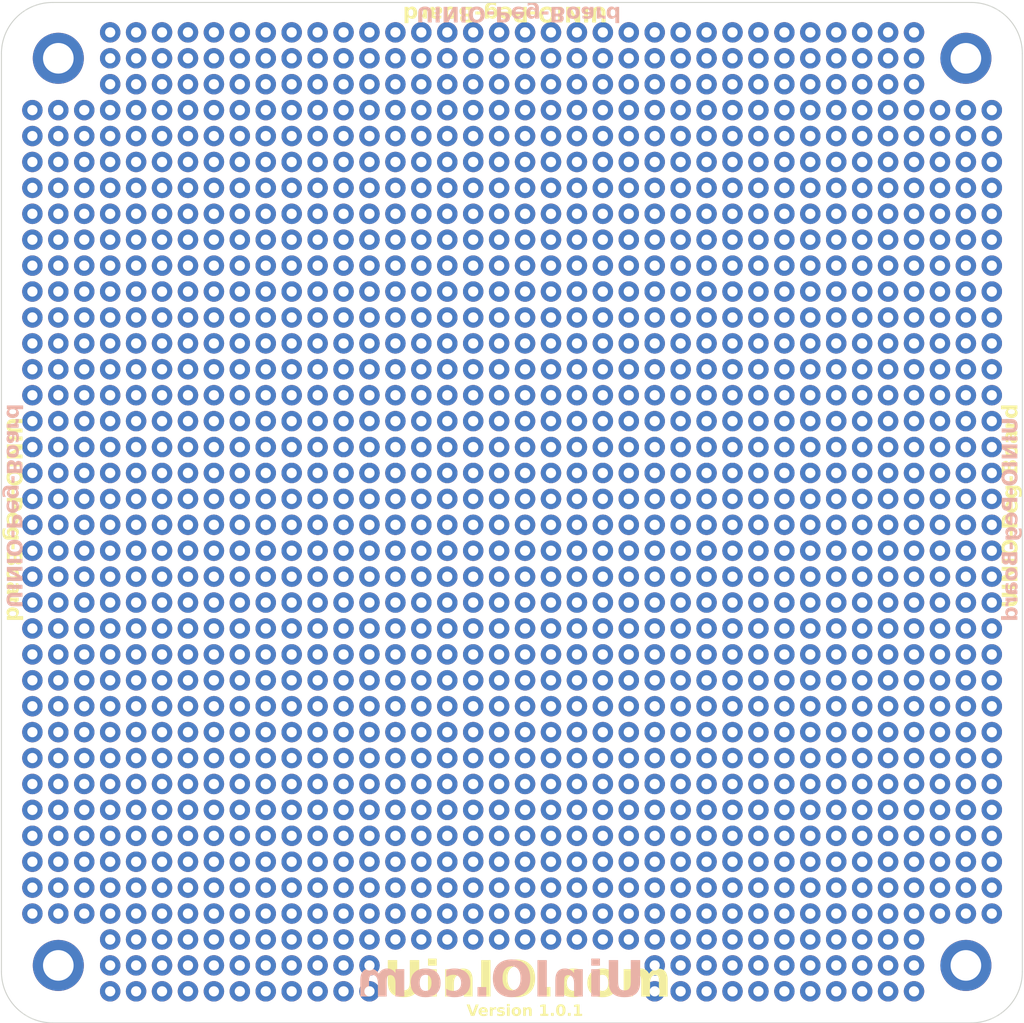
<source format=kicad_pcb>
(kicad_pcb (version 20221018) (generator pcbnew)
  (title_block (title "UINIO-Peg-Board") (date "2024-01-12") (rev "Version 1.0.1") (company "UinIO.com 电子技术实验室"))
  (layers (0 "F.Cu" signal) (31 "B.Cu" signal) (34 "B.Paste" user) (35 "F.Paste" user) (36 "B.SilkS" user "B.Silkscreen") (37 "F.SilkS" user "F.Silkscreen") (38 "B.Mask" user) (39 "F.Mask" user) (44 "Edge.Cuts" user))
  (net 0 "")
  (gr_arc (start 99.305534 57.625534) (mid 100.77 54.09) (end 104.305534 52.625534) (stroke (width 0.1)) (layer "Edge.Cuts"))
  (gr_line (start 104.305534 52.625534) (end 194.305534 52.625534) (stroke (width 0.1)) (layer "Edge.Cuts"))
  (gr_line (start 194.305534 152.625534) (end 104.305534 152.625534) (stroke (width 0.1)) (layer "Edge.Cuts"))
  (gr_line (start 199.305534 57.625534) (end 199.305534 147.625534) (stroke (width 0.1)) (layer "Edge.Cuts"))
  (gr_arc (start 104.305534 152.625534) (mid 100.77 151.161068) (end 99.305534 147.625534) (stroke (width 0.1)) (layer "Edge.Cuts"))
  (gr_arc (start 199.305534 147.625534) (mid 197.841068 151.161068) (end 194.305534 152.625534) (stroke (width 0.1)) (layer "Edge.Cuts"))
  (gr_arc (start 194.305534 52.625534) (mid 197.841068 54.09) (end 199.305534 57.625534) (stroke (width 0.1)) (layer "Edge.Cuts"))
  (gr_line (start 99.305534 147.625534) (end 99.305534 57.625534) (stroke (width 0.1)) (layer "Edge.Cuts"))
  (gr_text "UINIO-Peg-Board" (at 139.940531 52.8 180) (layer "B.SilkS") (effects (font (size 1.5 1.5) (thickness 0.2) bold) (justify left bottom mirror)))
  (gr_text "UINIO-Peg-Board" (at 199.07 93.260531 90) (layer "B.SilkS") (effects (font (size 1.5 1.5) (thickness 0.2) bold) (justify left bottom mirror)))
  (gr_text "UINIO-Peg-Board" (at 99.58 111.990537 -90) (layer "B.SilkS") (effects (font (size 1.5 1.5) (thickness 0.2) bold) (justify left bottom mirror)))
  (gr_text "UinIO.com" (at 162.32 150.64) (layer "B.SilkS") (effects (font (size 3.5 3.5) (thickness 0.2) bold) (justify left bottom mirror)))
  (gr_text "Version 1.0.1" (at 144.866456 152.13) (layer "F.SilkS") (effects (font (size 1.1 1.1) (thickness 0.2) bold) (justify left bottom)))
  (gr_text "UINIO-Peg-Board" (at 199.07 111.990537 90) (layer "F.SilkS") (effects (font (size 1.5 1.5) (thickness 0.2) bold) (justify left bottom)))
  (gr_text "UINIO-Peg-Board" (at 99.58 93.260531 270) (layer "F.SilkS") (effects (font (size 1.5 1.5) (thickness 0.2) bold) (justify left bottom)))
  (gr_text "UinIO.com" (at 136.7 150.64) (layer "F.SilkS") (effects (font (size 3.5 3.5) (thickness 0.2) bold) (justify left bottom)))
  (gr_text "UINIO-Peg-Board" (at 158.670537 52.8 180) (layer "F.SilkS") (effects (font (size 1.5 1.5) (thickness 0.2) bold) (justify left bottom)))
  (via (at 122.655534 88.575534) (size 2) (drill 1) (layers "F.Cu" "B.Cu") (net 0))
  (via (at 168.375534 124.135534) (size 2) (drill 1) (layers "F.Cu" "B.Cu") (net 0))
  (via (at 175.995534 144.455534) (size 2) (drill 1) (layers "F.Cu" "B.Cu") (net 0))
  (via (at 104.875534 65.715534) (size 2) (drill 1) (layers "F.Cu" "B.Cu") (net 0))
  (via (at 122.655534 70.795534) (size 2) (drill 1) (layers "F.Cu" "B.Cu") (net 0))
  (via (at 163.295534 60.635534) (size 2) (drill 1) (layers "F.Cu" "B.Cu") (net 0))
  (via (at 158.215534 83.495534) (size 2) (drill 1) (layers "F.Cu" "B.Cu") (net 0))
  (via (at 109.955534 108.895534) (size 2) (drill 1) (layers "F.Cu" "B.Cu") (net 0))
  (via (at 135.355534 78.415534) (size 2) (drill 1) (layers "F.Cu" "B.Cu") (net 0))
  (via (at 193.775534 116.515534) (size 2) (drill 1) (layers "F.Cu" "B.Cu") (net 0))
  (via (at 142.975534 68.255534) (size 2) (drill 1) (layers "F.Cu" "B.Cu") (net 0))
  (via (at 122.655534 108.895534) (size 2) (drill 1) (layers "F.Cu" "B.Cu") (net 0))
  (via (at 193.775534 129.215534) (size 2) (drill 1) (layers "F.Cu" "B.Cu") (net 0))
  (via (at 102.335534 73.335534) (size 2) (drill 1) (layers "F.Cu" "B.Cu") (net 0))
  (via (at 191.235534 88.575534) (size 2) (drill 1) (layers "F.Cu" "B.Cu") (net 0))
  (via (at 178.535534 63.175534) (size 2) (drill 1) (layers "F.Cu" "B.Cu") (net 0))
  (via (at 112.495534 93.655534) (size 2) (drill 1) (layers "F.Cu" "B.Cu") (net 0))
  (via (at 178.535534 83.495534) (size 2) (drill 1) (layers "F.Cu" "B.Cu") (net 0))
  (via (at 163.295534 68.255534) (size 2) (drill 1) (layers "F.Cu" "B.Cu") (net 0))
  (via (at 117.575534 88.575534) (size 2) (drill 1) (layers "F.Cu" "B.Cu") (net 0))
  (via (at 168.375534 88.575534) (size 2) (drill 1) (layers "F.Cu" "B.Cu") (net 0))
  (via (at 120.115534 144.455534) (size 2) (drill 1) (layers "F.Cu" "B.Cu") (net 0))
  (via (at 181.075534 126.675534) (size 2) (drill 1) (layers "F.Cu" "B.Cu") (net 0))
  (via (at 109.955534 144.455534) (size 2) (drill 1) (layers "F.Cu" "B.Cu") (net 0))
  (via (at 196.315534 129.215534) (size 2) (drill 1) (layers "F.Cu" "B.Cu") (net 0))
  (via (at 107.415534 65.715534) (size 2) (drill 1) (layers "F.Cu" "B.Cu") (net 0))
  (via (at 160.755534 58.095534) (size 2) (drill 1) (layers "F.Cu" "B.Cu") (net 0))
  (via (at 112.495534 96.195534) (size 2) (drill 1) (layers "F.Cu" "B.Cu") (net 0))
  (via (at 115.035534 146.995534) (size 2) (drill 1) (layers "F.Cu" "B.Cu") (net 0))
  (via (at 183.615534 144.455534) (size 2) (drill 1) (layers "F.Cu" "B.Cu") (net 0))
  (via (at 163.295534 80.955534) (size 2) (drill 1) (layers "F.Cu" "B.Cu") (net 0))
  (via (at 168.375534 106.355534) (size 2) (drill 1) (layers "F.Cu" "B.Cu") (net 0))
  (via (at 140.435534 55.555534) (size 2) (drill 1) (layers "F.Cu" "B.Cu") (net 0))
  (via (at 120.115534 136.835534) (size 2) (drill 1) (layers "F.Cu" "B.Cu") (net 0))
  (via (at 188.695534 78.415534) (size 2) (drill 1) (layers "F.Cu" "B.Cu") (net 0))
  (via (at 140.435534 63.175534) (size 2) (drill 1) (layers "F.Cu" "B.Cu") (net 0))
  (via (at 115.035534 111.435534) (size 2) (drill 1) (layers "F.Cu" "B.Cu") (net 0))
  (via (at 181.075534 108.895534) (size 2) (drill 1) (layers "F.Cu" "B.Cu") (net 0))
  (via (at 117.575534 65.715534) (size 2) (drill 1) (layers "F.Cu" "B.Cu") (net 0))
  (via (at 158.215534 103.815534) (size 2) (drill 1) (layers "F.Cu" "B.Cu") (net 0))
  (via (at 181.075534 98.735534) (size 2) (drill 1) (layers "F.Cu" "B.Cu") (net 0))
  (via (at 155.675534 68.255534) (size 2) (drill 1) (layers "F.Cu" "B.Cu") (net 0))
  (via (at 178.535534 101.275534) (size 2) (drill 1) (layers "F.Cu" "B.Cu") (net 0))
  (via (at 163.295534 73.335534) (size 2) (drill 1) (layers "F.Cu" "B.Cu") (net 0))
  (via (at 165.835534 86.035534) (size 2) (drill 1) (layers "F.Cu" "B.Cu") (net 0))
  (via (at 137.895534 63.175534) (size 2) (drill 1) (layers "F.Cu" "B.Cu") (net 0))
  (via (at 181.075534 101.275534) (size 2) (drill 1) (layers "F.Cu" "B.Cu") (net 0))
  (via (at 104.875534 75.875534) (size 2) (drill 1) (layers "F.Cu" "B.Cu") (net 0))
  (via (at 137.895534 108.895534) (size 2) (drill 1) (layers "F.Cu" "B.Cu") (net 0))
  (via (at 160.755534 106.355534) (size 2) (drill 1) (layers "F.Cu" "B.Cu") (net 0))
  (via (at 115.035534 101.275534) (size 2) (drill 1) (layers "F.Cu" "B.Cu") (net 0))
  (via (at 140.435534 113.975534) (size 2) (drill 1) (layers "F.Cu" "B.Cu") (net 0))
  (via (at 117.575534 126.675534) (size 2) (drill 1) (layers "F.Cu" "B.Cu") (net 0))
  (via (at 142.975534 144.455534) (size 2) (drill 1) (layers "F.Cu" "B.Cu") (net 0))
  (via (at 165.835534 78.415534) (size 2) (drill 1) (layers "F.Cu" "B.Cu") (net 0))
  (via (at 150.595534 55.555534) (size 2) (drill 1) (layers "F.Cu" "B.Cu") (net 0))
  (via (at 132.815534 60.635534) (size 2) (drill 1) (layers "F.Cu" "B.Cu") (net 0))
  (via (at 165.835534 75.875534) (size 2) (drill 1) (layers "F.Cu" "B.Cu") (net 0))
  (via (at 130.275534 129.215534) (size 2) (drill 1) (layers "F.Cu" "B.Cu") (net 0))
  (via (at 193.775534 101.275534) (size 2) (drill 1) (layers "F.Cu" "B.Cu") (net 0))
  (via (at 155.675534 55.555534) (size 2) (drill 1) (layers "F.Cu" "B.Cu") (net 0))
  (via (at 196.315534 131.755534) (size 2) (drill 1) (layers "F.Cu" "B.Cu") (net 0))
  (via (at 181.075534 124.135534) (size 2) (drill 1) (layers "F.Cu" "B.Cu") (net 0))
  (via (at 158.215534 106.355534) (size 2) (drill 1) (layers "F.Cu" "B.Cu") (net 0))
  (via (at 107.415534 119.055534) (size 2) (drill 1) (layers "F.Cu" "B.Cu") (net 0))
  (via (at 191.235534 103.815534) (size 2) (drill 1) (layers "F.Cu" "B.Cu") (net 0))
  (via (at 193.775534 146.995534) (size 5) (drill 3) (layers "F.Cu" "B.Cu") (net 0))
  (via (at 183.615534 124.135534) (size 2) (drill 1) (layers "F.Cu" "B.Cu") (net 0))
  (via (at 102.335534 86.035534) (size 2) (drill 1) (layers "F.Cu" "B.Cu") (net 0))
  (via (at 148.055534 75.875534) (size 2) (drill 1) (layers "F.Cu" "B.Cu") (net 0))
  (via (at 104.875534 121.595534) (size 2) (drill 1) (layers "F.Cu" "B.Cu") (net 0))
  (via (at 145.515534 103.815534) (size 2) (drill 1) (layers "F.Cu" "B.Cu") (net 0))
  (via (at 137.895534 119.055534) (size 2) (drill 1) (layers "F.Cu" "B.Cu") (net 0))
  (via (at 175.995534 78.415534) (size 2) (drill 1) (layers "F.Cu" "B.Cu") (net 0))
  (via (at 140.435534 75.875534) (size 2) (drill 1) (layers "F.Cu" "B.Cu") (net 0))
  (via (at 135.355534 121.595534) (size 2) (drill 1) (layers "F.Cu" "B.Cu") (net 0))
  (via (at 130.275534 73.335534) (size 2) (drill 1) (layers "F.Cu" "B.Cu") (net 0))
  (via (at 150.595534 78.415534) (size 2) (drill 1) (layers "F.Cu" "B.Cu") (net 0))
  (via (at 122.655534 78.415534) (size 2) (drill 1) (layers "F.Cu" "B.Cu") (net 0))
  (via (at 102.335534 141.915534) (size 2) (drill 1) (layers "F.Cu" "B.Cu") (net 0))
  (via (at 145.515534 93.655534) (size 2) (drill 1) (layers "F.Cu" "B.Cu") (net 0))
  (via (at 112.495534 65.715534) (size 2) (drill 1) (layers "F.Cu" "B.Cu") (net 0))
  (via (at 148.055534 80.955534) (size 2) (drill 1) (layers "F.Cu" "B.Cu") (net 0))
  (via (at 196.315534 119.055534) (size 2) (drill 1) (layers "F.Cu" "B.Cu") (net 0))
  (via (at 142.975534 111.435534) (size 2) (drill 1) (layers "F.Cu" "B.Cu") (net 0))
  (via (at 188.695534 55.555534) (size 2) (drill 1) (layers "F.Cu" "B.Cu") (net 0))
  (via (at 178.535534 98.735534) (size 2) (drill 1) (layers "F.Cu" "B.Cu") (net 0))
  (via (at 181.075534 121.595534) (size 2) (drill 1) (layers "F.Cu" "B.Cu") (net 0))
  (via (at 107.415534 96.195534) (size 2) (drill 1) (layers "F.Cu" "B.Cu") (net 0))
  (via (at 112.495534 58.095534) (size 2) (drill 1) (layers "F.Cu" "B.Cu") (net 0))
  (via (at 104.875534 141.915534) (size 2) (drill 1) (layers "F.Cu" "B.Cu") (net 0))
  (via (at 107.415534 121.595534) (size 2) (drill 1) (layers "F.Cu" "B.Cu") (net 0))
  (via (at 132.815534 78.415534) (size 2) (drill 1) (layers "F.Cu" "B.Cu") (net 0))
  (via (at 117.575534 63.175534) (size 2) (drill 1) (layers "F.Cu" "B.Cu") (net 0))
  (via (at 150.595534 124.135534) (size 2) (drill 1) (layers "F.Cu" "B.Cu") (net 0))
  (via (at 155.675534 121.595534) (size 2) (drill 1) (layers "F.Cu" "B.Cu") (net 0))
  (via (at 153.135534 136.835534) (size 2) (drill 1) (layers "F.Cu" "B.Cu") (net 0))
  (via (at 170.915534 58.095534) (size 2) (drill 1) (layers "F.Cu" "B.Cu") (net 0))
  (via (at 135.355534 101.275534) (size 2) (drill 1) (layers "F.Cu" "B.Cu") (net 0))
  (via (at 153.135534 75.875534) (size 2) (drill 1) (layers "F.Cu" "B.Cu") (net 0))
  (via (at 137.895534 124.135534) (size 2) (drill 1) (layers "F.Cu" "B.Cu") (net 0))
  (via (at 122.655534 106.355534) (size 2) (drill 1) (layers "F.Cu" "B.Cu") (net 0))
  (via (at 145.515534 124.135534) (size 2) (drill 1) (layers "F.Cu" "B.Cu") (net 0))
  (via (at 150.595534 119.055534) (size 2) (drill 1) (layers "F.Cu" "B.Cu") (net 0))
  (via (at 148.055534 139.375534) (size 2) (drill 1) (layers "F.Cu" "B.Cu") (net 0))
  (via (at 115.035534 60.635534) (size 2) (drill 1) (layers "F.Cu" "B.Cu") (net 0))
  (via (at 130.275534 121.595534) (size 2) (drill 1) (layers "F.Cu" "B.Cu") (net 0))
  (via (at 122.655534 111.435534) (size 2) (drill 1) (layers "F.Cu" "B.Cu") (net 0))
  (via (at 107.415534 111.435534) (size 2) (drill 1) (layers "F.Cu" "B.Cu") (net 0))
  (via (at 132.815534 124.135534) (size 2) (drill 1) (layers "F.Cu" "B.Cu") (net 0))
  (via (at 168.375534 131.755534) (size 2) (drill 1) (layers "F.Cu" "B.Cu") (net 0))
  (via (at 120.115534 149.535534) (size 2) (drill 1) (layers "F.Cu" "B.Cu") (net 0))
  (via (at 175.995534 113.975534) (size 2) (drill 1) (layers "F.Cu" "B.Cu") (net 0))
  (via (at 117.575534 144.455534) (size 2) (drill 1) (layers "F.Cu" "B.Cu") (net 0))
  (via (at 122.655534 93.655534) (size 2) (drill 1) (layers "F.Cu" "B.Cu") (net 0))
  (via (at 155.675534 129.215534) (size 2) (drill 1) (layers "F.Cu" "B.Cu") (net 0))
  (via (at 150.595534 126.675534) (size 2) (drill 1) (layers "F.Cu" "B.Cu") (net 0))
  (via (at 127.735534 113.975534) (size 2) (drill 1) (layers "F.Cu" "B.Cu") (net 0))
  (via (at 130.275534 124.135534) (size 2) (drill 1) (layers "F.Cu" "B.Cu") (net 0))
  (via (at 181.075534 141.915534) (size 2) (drill 1) (layers "F.Cu" "B.Cu") (net 0))
  (via (at 188.695534 141.915534) (size 2) (drill 1) (layers "F.Cu" "B.Cu") (net 0))
  (via (at 135.355534 106.355534) (size 2) (drill 1) (layers "F.Cu" "B.Cu") (net 0))
  (via (at 155.675534 131.755534) (size 2) (drill 1) (layers "F.Cu" "B.Cu") (net 0))
  (via (at 163.295534 101.275534) (size 2) (drill 1) (layers "F.Cu" "B.Cu") (net 0))
  (via (at 158.215534 63.175534) (size 2) (drill 1) (layers "F.Cu" "B.Cu") (net 0))
  (via (at 175.995534 63.175534) (size 2) (drill 1) (layers "F.Cu" "B.Cu") (net 0))
  (via (at 148.055534 88.575534) (size 2) (drill 1) (layers "F.Cu" "B.Cu") (net 0))
  (via (at 188.695534 60.635534) (size 2) (drill 1) (layers "F.Cu" "B.Cu") (net 0))
  (via (at 132.815534 101.275534) (size 2) (drill 1) (layers "F.Cu" "B.Cu") (net 0))
  (via (at 153.135534 91.115534) (size 2) (drill 1) (layers "F.Cu" "B.Cu") (net 0))
  (via (at 193.775534 73.335534) (size 2) (drill 1) (layers "F.Cu" "B.Cu") (net 0))
  (via (at 127.735534 136.835534) (size 2) (drill 1) (layers "F.Cu" "B.Cu") (net 0))
  (via (at 188.695534 58.095534) (size 2) (drill 1) (layers "F.Cu" "B.Cu") (net 0))
  (via (at 158.215534 113.975534) (size 2) (drill 1) (layers "F.Cu" "B.Cu") (net 0))
  (via (at 140.435534 141.915534) (size 2) (drill 1) (layers "F.Cu" "B.Cu") (net 0))
  (via (at 175.995534 60.635534) (size 2) (drill 1) (layers "F.Cu" "B.Cu") (net 0))
  (via (at 132.815534 144.455534) (size 2) (drill 1) (layers "F.Cu" "B.Cu") (net 0))
  (via (at 132.815534 119.055534) (size 2) (drill 1) (layers "F.Cu" "B.Cu") (net 0))
  (via (at 148.055534 70.795534) (size 2) (drill 1) (layers "F.Cu" "B.Cu") (net 0))
  (via (at 130.275534 86.035534) (size 2) (drill 1) (layers "F.Cu" "B.Cu") (net 0))
  (via (at 178.535534 144.455534) (size 2) (drill 1) (layers "F.Cu" "B.Cu") (net 0))
  (via (at 145.515534 134.295534) (size 2) (drill 1) (layers "F.Cu" "B.Cu") (net 0))
  (via (at 168.375534 80.955534) (size 2) (drill 1) (layers "F.Cu" "B.Cu") (net 0))
  (via (at 160.755534 75.875534) (size 2) (drill 1) (layers "F.Cu" "B.Cu") (net 0))
  (via (at 183.615534 91.115534) (size 2) (drill 1) (layers "F.Cu" "B.Cu") (net 0))
  (via (at 120.115534 70.795534) (size 2) (drill 1) (layers "F.Cu" "B.Cu") (net 0))
  (via (at 155.675534 70.795534) (size 2) (drill 1) (layers "F.Cu" "B.Cu") (net 0))
  (via (at 135.355534 60.635534) (size 2) (drill 1) (layers "F.Cu" "B.Cu") (net 0))
  (via (at 191.235534 93.655534) (size 2) (drill 1) (layers "F.Cu" "B.Cu") (net 0))
  (via (at 181.075534 96.195534) (size 2) (drill 1) (layers "F.Cu" "B.Cu") (net 0))
  (via (at 158.215534 65.715534) (size 2) (drill 1) (layers "F.Cu" "B.Cu") (net 0))
  (via (at 163.295534 113.975534) (size 2) (drill 1) (layers "F.Cu" "B.Cu") (net 0))
  (via (at 175.995534 98.735534) (size 2) (drill 1) (layers "F.Cu" "B.Cu") (net 0))
  (via (at 160.755534 80.955534) (size 2) (drill 1) (layers "F.Cu" "B.Cu") (net 0))
  (via (at 158.215534 55.555534) (size 2) (drill 1) (layers "F.Cu" "B.Cu") (net 0))
  (via (at 165.835534 93.655534) (size 2) (drill 1) (layers "F.Cu" "B.Cu") (net 0))
  (via (at 130.275534 113.975534) (size 2) (drill 1) (layers "F.Cu" "B.Cu") (net 0))
  (via (at 183.615534 60.635534) (size 2) (drill 1) (layers "F.Cu" "B.Cu") (net 0))
  (via (at 160.755534 101.275534) (size 2) (drill 1) (layers "F.Cu" "B.Cu") (net 0))
  (via (at 115.035534 70.795534) (size 2) (drill 1) (layers "F.Cu" "B.Cu") (net 0))
  (via (at 109.955534 121.595534) (size 2) (drill 1) (layers "F.Cu" "B.Cu") (net 0))
  (via (at 117.575534 129.215534) (size 2) (drill 1) (layers "F.Cu" "B.Cu") (net 0))
  (via (at 178.535534 60.635534) (size 2) (drill 1) (layers "F.Cu" "B.Cu") (net 0))
  (via (at 115.035534 136.835534) (size 2) (drill 1) (layers "F.Cu" "B.Cu") (net 0))
  (via (at 104.875534 80.955534) (size 2) (drill 1) (layers "F.Cu" "B.Cu") (net 0))
  (via (at 142.975534 70.795534) (size 2) (drill 1) (layers "F.Cu" "B.Cu") (net 0))
  (via (at 148.055534 58.095534) (size 2) (drill 1) (layers "F.Cu" "B.Cu") (net 0))
  (via (at 130.275534 106.355534) (size 2) (drill 1) (layers "F.Cu" "B.Cu") (net 0))
  (via (at 145.515534 65.715534) (size 2) (drill 1) (layers "F.Cu" "B.Cu") (net 0))
  (via (at 115.035534 141.915534) (size 2) (drill 1) (layers "F.Cu" "B.Cu") (net 0))
  (via (at 186.155534 111.435534) (size 2) (drill 1) (layers "F.Cu" "B.Cu") (net 0))
  (via (at 175.995534 146.995534) (size 2) (drill 1) (layers "F.Cu" "B.Cu") (net 0))
  (via (at 127.735534 78.415534) (size 2) (drill 1) (layers "F.Cu" "B.Cu") (net 0))
  (via (at 127.735534 144.455534) (size 2) (drill 1) (layers "F.Cu" "B.Cu") (net 0))
  (via (at 109.955534 68.255534) (size 2) (drill 1) (layers "F.Cu" "B.Cu") (net 0))
  (via (at 115.035534 106.355534) (size 2) (drill 1) (layers "F.Cu" "B.Cu") (net 0))
  (via (at 175.995534 116.515534) (size 2) (drill 1) (layers "F.Cu" "B.Cu") (net 0))
  (via (at 145.515534 80.955534) (size 2) (drill 1) (layers "F.Cu" "B.Cu") (net 0))
  (via (at 104.875534 116.515534) (size 2) (drill 1) (layers "F.Cu" "B.Cu") (net 0))
  (via (at 193.775534 70.795534) (size 2) (drill 1) (layers "F.Cu" "B.Cu") (net 0))
  (via (at 188.695534 103.815534) (size 2) (drill 1) (layers "F.Cu" "B.Cu") (net 0))
  (via (at 127.735534 73.335534) (size 2) (drill 1) (layers "F.Cu" "B.Cu") (net 0))
  (via (at 142.975534 119.055534) (size 2) (drill 1) (layers "F.Cu" "B.Cu") (net 0))
  (via (at 140.435534 136.835534) (size 2) (drill 1) (layers "F.Cu" "B.Cu") (net 0))
  (via (at 150.595534 129.215534) (size 2) (drill 1) (layers "F.Cu" "B.Cu") (net 0))
  (via (at 104.875534 136.835534) (size 2) (drill 1) (layers "F.Cu" "B.Cu") (net 0))
  (via (at 153.135534 86.035534) (size 2) (drill 1) (layers "F.Cu" "B.Cu") (net 0))
  (via (at 175.995534 131.755534) (size 2) (drill 1) (layers "F.Cu" "B.Cu") (net 0))
  (via (at 163.295534 78.415534) (size 2) (drill 1) (layers "F.Cu" "B.Cu") (net 0))
  (via (at 173.455534 129.215534) (size 2) (drill 1) (layers "F.Cu" "B.Cu") (net 0))
  (via (at 148.055534 106.355534) (size 2) (drill 1) (layers "F.Cu" "B.Cu") (net 0))
  (via (at 186.155534 149.535534) (size 2) (drill 1) (layers "F.Cu" "B.Cu") (net 0))
  (via (at 137.895534 139.375534) (size 2) (drill 1) (layers "F.Cu" "B.Cu") (net 0))
  (via (at 104.875534 91.115534) (size 2) (drill 1) (layers "F.Cu" "B.Cu") (net 0))
  (via (at 153.135534 83.495534) (size 2) (drill 1) (layers "F.Cu" "B.Cu") (net 0))
  (via (at 196.315534 124.135534) (size 2) (drill 1) (layers "F.Cu" "B.Cu") (net 0))
  (via (at 181.075534 111.435534) (size 2) (drill 1) (layers "F.Cu" "B.Cu") (net 0))
  (via (at 145.515534 131.755534) (size 2) (drill 1) (layers "F.Cu" "B.Cu") (net 0))
  (via (at 148.055534 129.215534) (size 2) (drill 1) (layers "F.Cu" "B.Cu") (net 0))
  (via (at 163.295534 146.995534) (size 2) (drill 1) (layers "F.Cu" "B.Cu") (net 0))
  (via (at 165.835534 98.735534) (size 2) (drill 1) (layers "F.Cu" "B.Cu") (net 0))
  (via (at 163.295534 131.755534) (size 2) (drill 1) (layers "F.Cu" "B.Cu") (net 0))
  (via (at 112.495534 75.875534) (size 2) (drill 1) (layers "F.Cu" "B.Cu") (net 0))
  (via (at 142.975534 65.715534) (size 2) (drill 1) (layers "F.Cu" "B.Cu") (net 0))
  (via (at 137.895534 129.215534) (size 2) (drill 1) (layers "F.Cu" "B.Cu") (net 0))
  (via (at 150.595534 96.195534) (size 2) (drill 1) (layers "F.Cu" "B.Cu") (net 0))
  (via (at 145.515534 91.115534) (size 2) (drill 1) (layers "F.Cu" "B.Cu") (net 0))
  (via (at 137.895534 111.435534) (size 2) (drill 1) (layers "F.Cu" "B.Cu") (net 0))
  (via (at 163.295534 86.035534) (size 2) (drill 1) (layers "F.Cu" "B.Cu") (net 0))
  (via (at 125.195534 88.575534) (size 2) (drill 1) (layers "F.Cu" "B.Cu") (net 0))
  (via (at 153.135534 124.135534) (size 2) (drill 1) (layers "F.Cu" "B.Cu") (net 0))
  (via (at 175.995534 136.835534) (size 2) (drill 1) (layers "F.Cu" "B.Cu") (net 0))
  (via (at 109.955534 124.135534) (size 2) (drill 1) (layers "F.Cu" "B.Cu") (net 0))
  (via (at 148.055534 91.115534) (size 2) (drill 1) (layers "F.Cu" "B.Cu") (net 0))
  (via (at 193.775534 63.175534) (size 2) (drill 1) (layers "F.Cu" "B.Cu") (net 0))
  (via (at 191.235534 75.875534) (size 2) (drill 1) (layers "F.Cu" "B.Cu") (net 0))
  (via (at 102.335534 96.195534) (size 2) (drill 1) (layers "F.Cu" "B.Cu") (net 0))
  (via (at 112.495534 131.755534) (size 2) (drill 1) (layers "F.Cu" "B.Cu") (net 0))
  (via (at 122.655534 113.975534) (size 2) (drill 1) (layers "F.Cu" "B.Cu") (net 0))
  (via (at 150.595534 98.735534) (size 2) (drill 1) (layers "F.Cu" "B.Cu") (net 0))
  (via (at 142.975534 134.295534) (size 2) (drill 1) (layers "F.Cu" "B.Cu") (net 0))
  (via (at 127.735534 68.255534) (size 2) (drill 1) (layers "F.Cu" "B.Cu") (net 0))
  (via (at 145.515534 116.515534) (size 2) (drill 1) (layers "F.Cu" "B.Cu") (net 0))
  (via (at 137.895534 96.195534) (size 2) (drill 1) (layers "F.Cu" "B.Cu") (net 0))
  (via (at 196.315534 136.835534) (size 2) (drill 1) (layers "F.Cu" "B.Cu") (net 0))
  (via (at 125.195534 83.495534) (size 2) (drill 1) (layers "F.Cu" "B.Cu") (net 0))
  (via (at 183.615534 88.575534) (size 2) (drill 1) (layers "F.Cu" "B.Cu") (net 0))
  (via (at 127.735534 88.575534) (size 2) (drill 1) (layers "F.Cu" "B.Cu") (net 0))
  (via (at 107.415534 139.375534) (size 2) (drill 1) (layers "F.Cu" "B.Cu") (net 0))
  (via (at 170.915534 146.995534) (size 2) (drill 1) (layers "F.Cu" "B.Cu") (net 0))
  (via (at 183.615534 103.815534) (size 2) (drill 1) (layers "F.Cu" "B.Cu") (net 0))
  (via (at 112.495534 146.995534) (size 2) (drill 1) (layers "F.Cu" "B.Cu") (net 0))
  (via (at 125.195534 75.875534) (size 2) (drill 1) (layers "F.Cu" "B.Cu") (net 0))
  (via (at 142.975534 131.755534) (size 2) (drill 1) (layers "F.Cu" "B.Cu") (net 0))
  (via (at 160.755534 124.135534) (size 2) (drill 1) (layers "F.Cu" "B.Cu") (net 0))
  (via (at 130.275534 80.955534) (size 2) (drill 1) (layers "F.Cu" "B.Cu") (net 0))
  (via (at 191.235534 139.375534) (size 2) (drill 1) (layers "F.Cu" "B.Cu") (net 0))
  (via (at 135.355534 134.295534) (size 2) (drill 1) (layers "F.Cu" "B.Cu") (net 0))
  (via (at 196.315534 139.375534) (size 2) (drill 1) (layers "F.Cu" "B.Cu") (net 0))
  (via (at 153.135534 65.715534) (size 2) (drill 1) (layers "F.Cu" "B.Cu") (net 0))
  (via (at 145.515534 68.255534) (size 2) (drill 1) (layers "F.Cu" "B.Cu") (net 0))
  (via (at 150.595534 88.575534) (size 2) (drill 1) (layers "F.Cu" "B.Cu") (net 0))
  (via (at 150.595534 113.975534) (size 2) (drill 1) (layers "F.Cu" "B.Cu") (net 0))
  (via (at 117.575534 141.915534) (size 2) (drill 1) (layers "F.Cu" "B.Cu") (net 0))
  (via (at 120.115534 88.575534) (size 2) (drill 1) (layers "F.Cu" "B.Cu") (net 0))
  (via (at 145.515534 70.795534) (size 2) (drill 1) (layers "F.Cu" "B.Cu") (net 0))
  (via (at 148.055534 144.455534) (size 2) (drill 1) (layers "F.Cu" "B.Cu") (net 0))
  (via (at 193.775534 139.375534) (size 2) (drill 1) (layers "F.Cu" "B.Cu") (net 0))
  (via (at 155.675534 88.575534) (size 2) (drill 1) (layers "F.Cu" "B.Cu") (net 0))
  (via (at 160.755534 111.435534) (size 2) (drill 1) (layers "F.Cu" "B.Cu") (net 0))
  (via (at 120.115534 146.995534) (size 2) (drill 1) (layers "F.Cu" "B.Cu") (net 0))
  (via (at 191.235534 136.835534) (size 2) (drill 1) (layers "F.Cu" "B.Cu") (net 0))
  (via (at 102.335534 80.955534) (size 2) (drill 1) (layers "F.Cu" "B.Cu") (net 0))
  (via (at 150.595534 106.355534) (size 2) (drill 1) (layers "F.Cu" "B.Cu") (net 0))
  (via (at 148.055534 60.635534) (size 2) (drill 1) (layers "F.Cu" "B.Cu") (net 0))
  (via (at 132.815534 58.095534) (size 2) (drill 1) (layers "F.Cu" "B.Cu") (net 0))
  (via (at 132.815534 116.515534) (size 2) (drill 1) (layers "F.Cu" "B.Cu") (net 0))
  (via (at 173.455534 111.435534) (size 2) (drill 1) (layers "F.Cu" "B.Cu") (net 0))
  (via (at 125.195534 108.895534) (size 2) (drill 1) (layers "F.Cu" "B.Cu") (net 0))
  (via (at 183.615534 63.175534) (size 2) (drill 1) (layers "F.Cu" "B.Cu") (net 0))
  (via (at 145.515534 73.335534) (size 2) (drill 1) (layers "F.Cu" "B.Cu") (net 0))
  (via (at 191.235534 119.055534) (size 2) (drill 1) (layers "F.Cu" "B.Cu") (net 0))
  (via (at 186.155534 96.195534) (size 2) (drill 1) (layers "F.Cu" "B.Cu") (net 0))
  (via (at 191.235534 86.035534) (size 2) (drill 1) (layers "F.Cu" "B.Cu") (net 0))
  (via (at 112.495534 88.575534) (size 2) (drill 1) (layers "F.Cu" "B.Cu") (net 0))
  (via (at 175.995534 119.055534) (size 2) (drill 1) (layers "F.Cu" "B.Cu") (net 0))
  (via (at 112.495534 121.595534) (size 2) (drill 1) (layers "F.Cu" "B.Cu") (net 0))
  (via (at 148.055534 83.495534) (size 2) (drill 1) (layers "F.Cu" "B.Cu") (net 0))
  (via (at 112.495534 113.975534) (size 2) (drill 1) (layers "F.Cu" "B.Cu") (net 0))
  (via (at 104.875534 134.295534) (size 2) (drill 1) (layers "F.Cu" "B.Cu") (net 0))
  (via (at 115.035534 144.455534) (size 2) (drill 1) (layers "F.Cu" "B.Cu") (net 0))
  (via (at 130.275534 88.575534) (size 2) (drill 1) (layers "F.Cu" "B.Cu") (net 0))
  (via (at 175.995534 68.255534) (size 2) (drill 1) (layers "F.Cu" "B.Cu") (net 0))
  (via (at 135.355534 149.535534) (size 2) (drill 1) (layers "F.Cu" "B.Cu") (net 0))
  (via (at 130.275534 149.535534) (size 2) (drill 1) (layers "F.Cu" "B.Cu") (net 0))
  (via (at 183.615534 96.195534) (size 2) (drill 1) (layers "F.Cu" "B.Cu") (net 0))
  (via (at 183.615534 58.095534) (size 2) (drill 1) (layers "F.Cu" "B.Cu") (net 0))
  (via (at 178.535534 88.575534) (size 2) (drill 1) (layers "F.Cu" "B.Cu") (net 0))
  (via (at 165.835534 80.955534) (size 2) (drill 1) (layers "F.Cu" "B.Cu") (net 0))
  (via (at 160.755534 88.575534) (size 2) (drill 1) (layers "F.Cu" "B.Cu") (net 0))
  (via (at 173.455534 131.755534) (size 2) (drill 1) (layers "F.Cu" "B.Cu") (net 0))
  (via (at 107.415534 83.495534) (size 2) (drill 1) (layers "F.Cu" "B.Cu") (net 0))
  (via (at 117.575534 124.135534) (size 2) (drill 1) (layers "F.Cu" "B.Cu") (net 0))
  (via (at 137.895534 93.655534) (size 2) (drill 1) (layers "F.Cu" "B.Cu") (net 0))
  (via (at 140.435534 86.035534) (size 2) (drill 1) (layers "F.Cu" "B.Cu") (net 0))
  (via (at 178.535534 139.375534) (size 2) (drill 1) (layers "F.Cu" "B.Cu") (net 0))
  (via (at 122.655534 144.455534) (size 2) (drill 1) (layers "F.Cu" "B.Cu") (net 0))
  (via (at 145.515534 106.355534) (size 2) (drill 1) (layers "F.Cu" "B.Cu") (net 0))
  (via (at 178.535534 146.995534) (size 2) (drill 1) (layers "F.Cu" "B.Cu") (net 0))
  (via (at 148.055534 73.335534) (size 2) (drill 1) (layers "F.Cu" "B.Cu") (net 0))
  (via (at 188.695534 134.295534) (size 2) (drill 1) (layers "F.Cu" "B.Cu") (net 0))
  (via (at 102.335534 93.655534) (size 2) (drill 1) (layers "F.Cu" "B.Cu") (net 0))
  (via (at 173.455534 80.955534) (size 2) (drill 1) (layers "F.Cu" "B.Cu") (net 0))
  (via (at 160.755534 131.755534) (size 2) (drill 1) (layers "F.Cu" "B.Cu") (net 0))
  (via (at 191.235534 80.955534) (size 2) (drill 1) (layers "F.Cu" "B.Cu") (net 0))
  (via (at 165.835534 63.175534) (size 2) (drill 1) (layers "F.Cu" "B.Cu") (net 0))
  (via (at 188.695534 144.455534) (size 2) (drill 1) (layers "F.Cu" "B.Cu") (net 0))
  (via (at 181.075534 58.095534) (size 2) (drill 1) (layers "F.Cu" "B.Cu") (net 0))
  (via (at 117.575534 60.635534) (size 2) (drill 1) (layers "F.Cu" "B.Cu") (net 0))
  (via (at 168.375534 70.795534) (size 2) (drill 1) (layers "F.Cu" "B.Cu") (net 0))
  (via (at 155.675534 75.875534) (size 2) (drill 1) (layers "F.Cu" "B.Cu") (net 0))
  (via (at 137.895534 103.815534) (size 2) (drill 1) (layers "F.Cu" "B.Cu") (net 0))
  (via (at 165.835534 149.535534) (size 2) (drill 1) (layers "F.Cu" "B.Cu") (net 0))
  (via (at 102.335534 63.175534) (size 2) (drill 1) (layers "F.Cu" "B.Cu") (net 0))
  (via (at 115.035534 80.955534) (size 2) (drill 1) (layers "F.Cu" "B.Cu") (net 0))
  (via (at 115.035534 124.135534) (size 2) (drill 1) (layers "F.Cu" "B.Cu") (net 0))
  (via (at 112.495534 98.735534) (size 2) (drill 1) (layers "F.Cu" "B.Cu") (net 0))
  (via (at 130.275534 103.815534) (size 2) (drill 1) (layers "F.Cu" "B.Cu") (net 0))
  (via (at 122.655534 146.995534) (size 2) (drill 1) (layers "F.Cu" "B.Cu") (net 0))
  (via (at 115.035534 116.515534) (size 2) (drill 1) (layers "F.Cu" "B.Cu") (net 0))
  (via (at 178.535534 113.975534) (size 2) (drill 1) (layers "F.Cu" "B.Cu") (net 0))
  (via (at 115.035534 55.555534) (size 2) (drill 1) (layers "F.Cu" "B.Cu") (net 0))
  (via (at 165.835534 134.295534) (size 2) (drill 1) (layers "F.Cu" "B.Cu") (net 0))
  (via (at 142.975534 126.675534) (size 2) (drill 1) (layers "F.Cu" "B.Cu") (net 0))
  (via (at 196.315534 75.875534) (size 2) (drill 1) (layers "F.Cu" "B.Cu") (net 0))
  (via (at 193.775534 106.355534) (size 2) (drill 1) (layers "F.Cu" "B.Cu") (net 0))
  (via (at 137.895534 136.835534) (size 2) (drill 1) (layers "F.Cu" "B.Cu") (net 0))
  (via (at 132.815534 70.795534) (size 2) (drill 1) (layers "F.Cu" "B.Cu") (net 0))
  (via (at 142.975534 60.635534) (size 2) (drill 1) (layers "F.Cu" "B.Cu") (net 0))
  (via (at 115.035534 139.375534) (size 2) (drill 1) (layers "F.Cu" "B.Cu") (net 0))
  (via (at 120.115534 68.255534) (size 2) (drill 1) (layers "F.Cu" "B.Cu") (net 0))
  (via (at 178.535534 55.555534) (size 2) (drill 1) (layers "F.Cu" "B.Cu") (net 0))
  (via (at 170.915534 131.755534) (size 2) (drill 1) (layers "F.Cu" "B.Cu") (net 0))
  (via (at 193.775534 124.135534) (size 2) (drill 1) (layers "F.Cu" "B.Cu") (net 0))
  (via (at 196.315534 88.575534) (size 2) (drill 1) (layers "F.Cu" "B.Cu") (net 0))
  (via (at 112.495534 70.795534) (size 2) (drill 1) (layers "F.Cu" "B.Cu") (net 0))
  (via (at 173.455534 83.495534) (size 2) (drill 1) (layers "F.Cu" "B.Cu") (net 0))
  (via (at 130.275534 134.295534) (size 2) (drill 1) (layers "F.Cu" "B.Cu") (net 0))
  (via (at 178.535534 75.875534) (size 2) (drill 1) (layers "F.Cu" "B.Cu") (net 0))
  (via (at 170.915534 144.455534) (size 2) (drill 1) (layers "F.Cu" "B.Cu") (net 0))
  (via (at 170.915534 139.375534) (size 2) (drill 1) (layers "F.Cu" "B.Cu") (net 0))
  (via (at 140.435534 60.635534) (size 2) (drill 1) (layers "F.Cu" "B.Cu") (net 0))
  (via (at 183.615534 113.975534) (size 2) (drill 1) (layers "F.Cu" "B.Cu") (net 0))
  (via (at 153.135534 63.175534) (size 2) (drill 1) (layers "F.Cu" "B.Cu") (net 0))
  (via (at 132.815534 103.815534) (size 2) (drill 1) (layers "F.Cu" "B.Cu") (net 0))
  (via (at 102.335534 101.275534) (size 2) (drill 1) (layers "F.Cu" "B.Cu") (net 0))
  (via (at 145.515534 88.575534) (size 2) (drill 1) (layers "F.Cu" "B.Cu") (net 0))
  (via (at 148.055534 96.195534) (size 2) (drill 1) (layers "F.Cu" "B.Cu") (net 0))
  (via (at 104.875534 68.255534) (size 2) (drill 1) (layers "F.Cu" "B.Cu") (net 0))
  (via (at 165.835534 65.715534) (size 2) (drill 1) (layers "F.Cu" "B.Cu") (net 0))
  (via (at 150.595534 65.715534) (size 2) (drill 1) (layers "F.Cu" "B.Cu") (net 0))
  (via (at 107.415534 113.975534) (size 2) (drill 1) (layers "F.Cu" "B.Cu") (net 0))
  (via (at 115.035534 73.335534) (size 2) (drill 1) (layers "F.Cu" "B.Cu") (net 0))
  (via (at 173.455534 75.875534) (size 2) (drill 1) (layers "F.Cu" "B.Cu") (net 0))
  (via (at 122.655534 149.535534) (size 2) (drill 1) (layers "F.Cu" "B.Cu") (net 0))
  (via (at 135.355534 83.495534) (size 2) (drill 1) (layers "F.Cu" "B.Cu") (net 0))
  (via (at 160.755534 144.455534) (size 2) (drill 1) (layers "F.Cu" "B.Cu") (net 0))
  (via (at 191.235534 65.715534) (size 2) (drill 1) (layers "F.Cu" "B.Cu") (net 0))
  (via (at 115.035534 103.815534) (size 2) (drill 1) (layers "F.Cu" "B.Cu") (net 0))
  (via (at 130.275534 78.415534) (size 2) (drill 1) (layers "F.Cu" "B.Cu") (net 0))
  (via (at 163.295534 116.515534) (size 2) (drill 1) (layers "F.Cu" "B.Cu") (net 0))
  (via (at 181.075534 136.835534) (size 2) (drill 1) (layers "F.Cu" "B.Cu") (net 0))
  (via (at 183.615534 141.915534) (size 2) (drill 1) (layers "F.Cu" "B.Cu") (net 0))
  (via (at 148.055534 141.915534) (size 2) (drill 1) (layers "F.Cu" "B.Cu") (net 0))
  (via (at 148.055534 119.055534) (size 2) (drill 1) (layers "F.Cu" "B.Cu") (net 0))
  (via (at 120.115534 126.675534) (size 2) (drill 1) (layers "F.Cu" "B.Cu") (net 0))
  (via (at 196.315534 73.335534) (size 2) (drill 1) (layers "F.Cu" "B.Cu") (net 0))
  (via (at 181.075534 131.755534) (size 2) (drill 1) (layers "F.Cu" "B.Cu") (net 0))
  (via (at 117.575534 68.255534) (size 2) (drill 1) (layers "F.Cu" "B.Cu") (net 0))
  (via (at 175.995534 106.355534) (size 2) (drill 1) (layers "F.Cu" "B.Cu") (net 0))
  (via (at 135.355534 131.755534) (size 2) (drill 1) (layers "F.Cu" "B.Cu") (net 0))
  (via (at 140.435534 121.595534) (size 2) (drill 1) (layers "F.Cu" "B.Cu") (net 0))
  (via (at 175.995534 141.915534) (size 2) (drill 1) (layers "F.Cu" "B.Cu") (net 0))
  (via (at 135.355534 91.115534) (size 2) (drill 1) (layers "F.Cu" "B.Cu") (net 0))
  (via (at 150.595534 111.435534) (size 2) (drill 1) (layers "F.Cu" "B.Cu") (net 0))
  (via (at 117.575534 119.055534) (size 2) (drill 1) (layers "F.Cu" "B.Cu") (net 0))
  (via (at 130.275534 101.275534) (size 2) (drill 1) (layers "F.Cu" "B.Cu") (net 0))
  (via (at 188.695534 83.495534) (size 2) (drill 1) (layers "F.Cu" "B.Cu") (net 0))
  (via (at 135.355534 103.815534) (size 2) (drill 1) (layers "F.Cu" "B.Cu") (net 0))
  (via (at 183.615534 75.875534) (size 2) (drill 1) (layers "F.Cu" "B.Cu") (net 0))
  (via (at 132.815534 75.875534) (size 2) (drill 1) (layers "F.Cu" "B.Cu") (net 0))
  (via (at 135.355534 119.055534) (size 2) (drill 1) (layers "F.Cu" "B.Cu") (net 0))
  (via (at 125.195534 93.655534) (size 2) (drill 1) (layers "F.Cu" "B.Cu") (net 0))
  (via (at 142.975534 141.915534) (size 2) (drill 1) (layers "F.Cu" "B.Cu") (net 0))
  (via (at 102.335534 75.875534) (size 2) (drill 1) (layers "F.Cu" "B.Cu") (net 0))
  (via (at 132.815534 106.355534) (size 2) (drill 1) (layers "F.Cu" "B.Cu") (net 0))
  (via (at 165.835534 113.975534) (size 2) (drill 1) (layers "F.Cu" "B.Cu") (net 0))
  (via (at 196.315534 70.795534) (size 2) (drill 1) (layers "F.Cu" "B.Cu") (net 0))
  (via (at 142.975534 86.035534) (size 2) (drill 1) (layers "F.Cu" "B.Cu") (net 0))
  (via (at 130.275534 60.635534) (size 2) (drill 1) (layers "F.Cu" "B.Cu") (net 0))
  (via (at 170.915534 60.635534) (size 2) (drill 1) (layers "F.Cu" "B.Cu") (net 0))
  (via (at 120.115534 60.635534) (size 2) (drill 1) (layers "F.Cu" "B.Cu") (net 0))
  (via (at 142.975534 75.875534) (size 2) (drill 1) (layers "F.Cu" "B.Cu") (net 0))
  (via (at 168.375534 111.435534) (size 2) (drill 1) (layers "F.Cu" "B.Cu") (net 0))
  (via (at 150.595534 136.835534) (size 2) (drill 1) (layers "F.Cu" "B.Cu") (net 0))
  (via (at 178.535534 103.815534) (size 2) (drill 1) (layers "F.Cu" "B.Cu") (net 0))
  (via (at 132.815534 129.215534) (size 2) (drill 1) (layers "F.Cu" "B.Cu") (net 0))
  (via (at 163.295534 141.915534) (size 2) (drill 1) (layers "F.Cu" "B.Cu") (net 0))
  (via (at 168.375534 134.295534) (size 2) (drill 1) (layers "F.Cu" "B.Cu") (net 0))
  (via (at 142.975534 103.815534) (size 2) (drill 1) (layers "F.Cu" "B.Cu") (net 0))
  (via (at 170.915534 75.875534) (size 2) (drill 1) (layers "F.Cu" "B.Cu") (net 0))
  (via (at 193.775534 88.575534) (size 2) (drill 1) (layers "F.Cu" "B.Cu") (net 0))
  (via (at 117.575534 98.735534) (size 2) (drill 1) (layers "F.Cu" "B.Cu") (net 0))
  (via (at 165.835534 103.815534) (size 2) (drill 1) (layers "F.Cu" "B.Cu") (net 0))
  (via (at 140.435534 68.255534) (size 2) (drill 1) (layers "F.Cu" "B.Cu") (net 0))
  (via (at 191.235534 126.675534) (size 2) (drill 1) (layers "F.Cu" "B.Cu") (net 0))
  (via (at 165.835534 91.115534) (size 2) (drill 1) (layers "F.Cu" "B.Cu") (net 0))
  (via (at 196.315534 65.715534) (size 2) (drill 1) (layers "F.Cu" "B.Cu") (net 0))
  (via (at 173.455534 113.975534) (size 2) (drill 1) (layers "F.Cu" "B.Cu") (net 0))
  (via (at 115.035534 121.595534) (size 2) (drill 1) (layers "F.Cu" "B.Cu") (net 0))
  (via (at 191.235534 63.175534) (size 2) (drill 1) (layers "F.Cu" "B.Cu") (net 0))
  (via (at 142.975534 113.975534) (size 2) (drill 1) (layers "F.Cu" "B.Cu") (net 0))
  (via (at 168.375534 63.175534) (size 2) (drill 1) (layers "F.Cu" "B.Cu") (net 0))
  (via (at 148.055534 136.835534) (size 2) (drill 1) (layers "F.Cu" "B.Cu") (net 0))
  (via (at 186.155534 108.895534) (size 2) (drill 1) (layers "F.Cu" "B.Cu") (net 0))
  (via (at 153.135534 129.215534) (size 2) (drill 1) (layers "F.Cu" "B.Cu") (net 0))
  (via (at 158.215534 75.875534) (size 2) (drill 1) (layers "F.Cu" "B.Cu") (net 0))
  (via (at 109.955534 139.375534) (size 2) (drill 1) (layers "F.Cu" "B.Cu") (net 0))
  (via (at 188.695534 65.715534) (size 2) (drill 1) (layers "F.Cu" "B.Cu") (net 0))
  (via (at 183.615534 55.555534) (size 2) (drill 1) (layers "F.Cu" "B.Cu") (net 0))
  (via (at 127.735534 146.995534) (size 2) (drill 1) (layers "F.Cu" "B.Cu") (net 0))
  (via (at 125.195534 68.255534) (size 2) (drill 1) (layers "F.Cu" "B.Cu") (net 0))
  (via (at 191.235534 70.795534) (size 2) (drill 1) (layers "F.Cu" "B.Cu") (net 0))
  (via (at 170.915534 91.115534) (size 2) (drill 1) (layers "F.Cu" "B.Cu") (net 0))
  (via (at 132.815534 134.295534) (size 2) (drill 1) (layers "F.Cu" "B.Cu") (net 0))
  (via (at 127.735534 139.375534) (size 2) (drill 1) (layers "F.Cu" "B.Cu") (net 0))
  (via (at 112.495534 101.275534) (size 2) (drill 1) (layers "F.Cu" "B.Cu") (net 0))
  (via (at 125.195534 111.435534) (size 2) (drill 1) (layers "F.Cu" "B.Cu") (net 0))
  (via (at 181.075534 60.635534) (size 2) (drill 1) (layers "F.Cu" "B.Cu") (net 0))
  (via (at 191.235534 134.295534) (size 2) (drill 1) (layers "F.Cu" "B.Cu") (net 0))
  (via (at 127.735534 121.595534) (size 2) (drill 1) (layers "F.Cu" "B.Cu") (net 0))
  (via (at 125.195534 58.095534) (size 2) (drill 1) (layers "F.Cu" "B.Cu") (net 0))
  (via (at 148.055534 103.815534) (size 2) (drill 1) (layers "F.Cu" "B.Cu") (net 0))
  (via (at 127.735534 108.895534) (size 2) (drill 1) (layers "F.Cu" "B.Cu") (net 0))
  (via (at 135.355534 113.975534) (size 2) (drill 1) (layers "F.Cu" "B.Cu") (net 0))
  (via (at 175.995534 70.795534) (size 2) (drill 1) (layers "F.Cu" "B.Cu") (net 0))
  (via (at 191.235534 111.435534) (size 2) (drill 1) (layers "F.Cu" "B.Cu") (net 0))
  (via (at 132.815534 98.735534) (size 2) (drill 1) (layers "F.Cu" "B.Cu") (net 0))
  (via (at 163.295534 111.435534) (size 2) (drill 1) (layers "F.Cu" "B.Cu") (net 0))
  (via (at 104.875534 146.995534) (size 5) (drill 3) (layers "F.Cu" "B.Cu") (net 0))
  (via (at 181.075534 93.655534) (size 2) (drill 1) (layers "F.Cu" "B.Cu") (net 0))
  (via (at 145.515534 63.175534) (size 2) (drill 1) (layers "F.Cu" "B.Cu") (net 0))
  (via (at 127.735534 60.635534) (size 2) (drill 1) (layers "F.Cu" "B.Cu") (net 0))
  (via (at 140.435534 91.115534) (size 2) (drill 1) (layers "F.Cu" "B.Cu") (net 0))
  (via (at 117.575534 91.115534) (size 2) (drill 1) (layers "F.Cu" "B.Cu") (net 0))
  (via (at 173.455534 70.795534) (size 2) (drill 1) (layers "F.Cu" "B.Cu") (net 0))
  (via (at 150.595534 103.815534) (size 2) (drill 1) (layers "F.Cu" "B.Cu") (net 0))
  (via (at 168.375534 139.375534) (size 2) (drill 1) (layers "F.Cu" "B.Cu") (net 0))
  (via (at 175.995534 103.815534) (size 2) (drill 1) (layers "F.Cu" "B.Cu") (net 0))
  (via (at 130.275534 83.495534) (size 2) (drill 1) (layers "F.Cu" "B.Cu") (net 0))
  (via (at 186.155534 121.595534) (size 2) (drill 1) (layers "F.Cu" "B.Cu") (net 0))
  (via (at 120.115534 73.335534) (size 2) (drill 1) (layers "F.Cu" "B.Cu") (net 0))
  (via (at 122.655534 136.835534) (size 2) (drill 1) (layers "F.Cu" "B.Cu") (net 0))
  (via (at 142.975534 96.195534) (size 2) (drill 1) (layers "F.Cu" "B.Cu") (net 0))
  (via (at 115.035534 93.655534) (size 2) (drill 1) (layers "F.Cu" "B.Cu") (net 0))
  (via (at 153.135534 73.335534) (size 2) (drill 1) (layers "F.Cu" "B.Cu") (net 0))
  (via (at 175.995534 65.715534) (size 2) (drill 1) (layers "F.Cu" "B.Cu") (net 0))
  (via (at 196.315534 101.275534) (size 2) (drill 1) (layers "F.Cu" "B.Cu") (net 0))
  (via (at 132.815534 96.195534) (size 2) (drill 1) (layers "F.Cu" "B.Cu") (net 0))
  (via (at 196.315534 96.195534) (size 2) (drill 1) (layers "F.Cu" "B.Cu") (net 0))
  (via (at 160.755534 65.715534) (size 2) (drill 1) (layers "F.Cu" "B.Cu") (net 0))
  (via (at 117.575534 139.375534) (size 2) (drill 1) (layers "F.Cu" "B.Cu") (net 0))
  (via (at 165.835534 55.555534) (size 2) (drill 1) (layers "F.Cu" "B.Cu") (net 0))
  (via (at 153.135534 88.575534) (size 2) (drill 1) (layers "F.Cu" "B.Cu") (net 0))
  (via (at 191.235534 96.195534) (size 2) (drill 1) (layers "F.Cu" "B.Cu") (net 0))
  (via (at 160.755534 91.115534) (size 2) (drill 1) (layers "F.Cu" "B.Cu") (net 0))
  (via (at 178.535534 149.535534) (size 2) (drill 1) (layers "F.Cu" "B.Cu") (net 0))
  (via (at 130.275534 126.675534) (size 2) (drill 1) (layers "F.Cu" "B.Cu") (net 0))
  (via (at 125.195534 98.735534) (size 2) (drill 1) (layers "F.Cu" "B.Cu") (net 0))
  (via (at 132.815534 131.755534) (size 2) (drill 1) (layers "F.Cu" "B.Cu") (net 0))
  (via (at 120.115534 103.815534) (size 2) (drill 1) (layers "F.Cu" "B.Cu") (net 0))
  (via (at 145.515534 98.735534) (size 2) (drill 1) (layers "F.Cu" "B.Cu") (net 0))
  (via (at 122.655534 80.955534) (size 2) (drill 1) (layers "F.Cu" "B.Cu") (net 0))
  (via (at 173.455534 126.675534) (size 2) (drill 1) (layers "F.Cu" "B.Cu") (net 0))
  (via (at 188.695534 136.835534) (size 2) (drill 1) (layers "F.Cu" "B.Cu") (net 0))
  (via (at 193.775534 75.875534) (size 2) (drill 1) (layers "F.Cu" "B.Cu") (net 0))
  (via (at 170.915534 88.575534) (size 2) (drill 1) (layers "F.Cu" "B.Cu") (net 0))
  (via (at 120.115534 108.895534) (size 2) (drill 1) (layers "F.Cu" "B.Cu") (net 0))
  (via (at 181.075534 65.715534) (size 2) (drill 1) (layers "F.Cu" "B.Cu") (net 0))
  (via (at 125.195534 146.995534) (size 2) (drill 1) (layers "F.Cu" "B.Cu") (net 0))
  (via (at 196.315534 86.035534) (size 2) (drill 1) (layers "F.Cu" "B.Cu") (net 0))
  (via (at 145.515534 60.635534) (size 2) (drill 1) (layers "F.Cu" "B.Cu") (net 0))
  (via (at 102.335534 124.135534) (size 2) (drill 1) (layers "F.Cu" "B.Cu") (net 0))
  (via (at 140.435534 111.435534) (size 2) (drill 1) (layers "F.Cu" "B.Cu") (net 0))
  (via (at 140.435534 80.955534) (size 2) (drill 1) (layers "F.Cu" "B.Cu") (net 0))
  (via (at 188.695534 86.035534) (size 2) (drill 1) (layers "F.Cu" "B.Cu") (net 0))
  (via (at 193.775534 83.495534) (size 2) (drill 1) (layers "F.Cu" "B.Cu") (net 0))
  (via (at 135.355534 75.875534) (size 2) (drill 1) (layers "F.Cu" "B.Cu") (net 0))
  (via (at 163.295534 126.675534) (size 2) (drill 1) (layers "F.Cu" "B.Cu") (net 0))
  (via (at 178.535534 124.135534) (size 2) (drill 1) (layers "F.Cu" "B.Cu") (net 0))
  (via (at 125.195534 73.335534) (size 2) (drill 1) (layers "F.Cu" "B.Cu") (net 0))
  (via (at 183.615534 131.755534) (size 2) (drill 1) (layers "F.Cu" "B.Cu") (net 0))
  (via (at 160.755534 129.215534) (size 2) (drill 1) (layers "F.Cu" "B.Cu") (net 0))
  (via (at 142.975534 58.095534) (size 2) (drill 1) (layers "F.Cu" "B.Cu") (net 0))
  (via (at 122.655534 103.815534) (size 2) (drill 1) (layers "F.Cu" "B.Cu") (net 0))
  (via (at 120.115534 78.415534) (size 2) (drill 1) (layers "F.Cu" "B.Cu") (net 0))
  (via (at 186.155534 98.735534) (size 2) (drill 1) (layers "F.Cu" "B.Cu") (net 0))
  (via (at 125.195534 144.455534) (size 2) (drill 1) (layers "F.Cu" "B.Cu") (net 0))
  (via (at 117.575534 55.555534) (size 2) (drill 1) (layers "F.Cu" "B.Cu") (net 0))
  (via (at 125.195534 136.835534) (size 2) (drill 1) (layers "F.Cu" "B.Cu") (net 0))
  (via (at 125.195534 96.195534) (size 2) (drill 1) (layers "F.Cu" "B.Cu") (net 0))
  (via (at 109.955534 119.055534) (size 2) (drill 1) (layers "F.Cu" "B.Cu") (net 0))
  (via (at 183.615534 93.655534) (size 2) (drill 1) (layers "F.Cu" "B.Cu") (net 0))
  (via (at 115.035534 75.875534) (size 2) (drill 1) (layers "F.Cu" "B.Cu") (net 0))
  (via (at 150.595534 86.035534) (size 2) (drill 1) (layers "F.Cu" "B.Cu") (net 0))
  (via (at 137.895534 126.675534) (size 2) (drill 1) (layers "F.Cu" "B.Cu") (net 0))
  (via (at 175.995534 129.215534) (size 2) (drill 1) (layers "F.Cu" "B.Cu") (net 0))
  (via (at 193.775534 103.815534) (size 2) (drill 1) (layers "F.Cu" "B.Cu") (net 0))
  (via (at 125.195534 106.355534) (size 2) (drill 1) (layers "F.Cu" "B.Cu") (net 0))
  (via (at 112.495534 139.375534) (size 2) (drill 1) (layers "F.Cu" "B.Cu") (net 0))
  (via (at 186.155534 124.135534) (size 2) (drill 1) (layers "F.Cu" "B.Cu") (net 0))
  (via (at 178.535534 111.435534) (size 2) (drill 1) (layers "F.Cu" "B.Cu") (net 0))
  (via (at 163.295534 108.895534) (size 2) (drill 1) (layers "F.Cu" "B.Cu") (net 0))
  (via (at 127.735534 124.135534) (size 2) (drill 1) (layers "F.Cu" "B.Cu") (net 0))
  (via (at 181.075534 119.055534) (size 2) (drill 1) (layers "F.Cu" "B.Cu") (net 0))
  (via (at 196.315534 80.955534) (size 2) (drill 1) (layers "F.Cu" "B.Cu") (net 0))
  (via (at 163.295534 58.095534) (size 2) (drill 1) (layers "F.Cu" "B.Cu") (net 0))
  (via (at 155.675534 139.375534) (size 2) (drill 1) (layers "F.Cu" "B.Cu") (net 0))
  (via (at 140.435534 73.335534) (size 2) (drill 1) (layers "F.Cu" "B.Cu") (net 0))
  (via (at 173.455534 149.535534) (size 2) (drill 1) (layers "F.Cu" "B.Cu") (net 0))
  (via (at 102.335534 134.295534) (size 2) (drill 1) (layers "F.Cu" "B.Cu") (net 0))
  (via (at 107.415534 141.915534) (size 2) (drill 1) (layers "F.Cu" "B.Cu") (net 0))
  (via (at 155.675534 80.955534) (size 2) (drill 1) (layers "F.Cu" "B.Cu") (net 0))
  (via (at 188.695534 149.535534) (size 2) (drill 1) (layers "F.Cu" "B.Cu") (net 0))
  (via (at 155.675534 96.195534) (size 2) (drill 1) (layers "F.Cu" "B.Cu") (net 0))
  (via (at 188.695534 98.735534) (size 2) (drill 1) (layers "F.Cu" "B.Cu") (net 0))
  (via (at 181.075534 70.795534) (size 2) (drill 1) (layers "F.Cu" "B.Cu") (net 0))
  (via (at 158.215534 119.055534) (size 2) (drill 1) (layers "F.Cu" "B.Cu") (net 0))
  (via (at 168.375534 113.975534) (size 2) (drill 1) (layers "F.Cu" "B.Cu") (net 0))
  (via (at 170.915534 78.415534) (size 2) (drill 1) (layers "F.Cu" "B.Cu") (net 0))
  (via (at 155.675534 144.455534) (size 2) (drill 1) (layers "F.Cu" "B.Cu") (net 0))
  (via (at 183.615534 80.955534) (size 2) (drill 1) (layers "F.Cu" "B.Cu") (net 0))
  (via (at 188.695534 121.595534) (size 2) (drill 1) (layers "F.Cu" "B.Cu") (net 0))
  (via (at 125.195534 55.555534) (size 2) (drill 1) (layers "F.Cu" "B.Cu") (net 0))
  (via (at 109.955534 80.955534) (size 2) (drill 1) (layers "F.Cu" "B.Cu") (net 0))
  (via (at 127.735534 75.875534) (size 2) (drill 1) (layers "F.Cu" "B.Cu") (net 0))
  (via (at 168.375534 75.875534) (size 2) (drill 1) (layers "F.Cu" "B.Cu") (net 0))
  (via (at 109.955534 111.435534) (size 2) (drill 1) (layers "F.Cu" "B.Cu") (net 0))
  (via (at 153.135534 93.655534) (size 2) (drill 1) (layers "F.Cu" "B.Cu") (net 0))
  (via (at 122.655534 58.095534) (size 2) (drill 1) (layers "F.Cu" "B.Cu") (net 0))
  (via (at 150.595534 141.915534) (size 2) (drill 1) (layers "F.Cu" "B.Cu") (net 0))
  (via (at 160.755534 60.635534) (size 2) (drill 1) (layers "F.Cu" "B.Cu") (net 0))
  (via (at 173.455534 68.255534) (size 2) (drill 1) (layers "F.Cu" "B.Cu") (net 0))
  (via (at 173.455534 93.655534) (size 2) (drill 1) (layers "F.Cu" "B.Cu") (net 0))
  (via (at 186.155534 83.495534) (size 2) (drill 1) (layers "F.Cu" "B.Cu") (net 0))
  (via (at 186.155534 63.175534) (size 2) (drill 1) (layers "F.Cu" "B.Cu") (net 0))
  (via (at 153.135534 111.435534) (size 2) (drill 1) (layers "F.Cu" "B.Cu") (net 0))
  (via (at 165.835534 136.835534) (size 2) (drill 1) (layers "F.Cu" "B.Cu") (net 0))
  (via (at 135.355534 111.435534) (size 2) (drill 1) (layers "F.Cu" "B.Cu") (net 0))
  (via (at 160.755534 98.735534) (size 2) (drill 1) (layers "F.Cu" "B.Cu") (net 0))
  (via (at 112.495534 136.835534) (size 2) (drill 1) (layers "F.Cu" "B.Cu") (net 0))
  (via (at 191.235534 78.415534) (size 2) (drill 1) (layers "F.Cu" "B.Cu") (net 0))
  (via (at 155.675534 58.095534) (size 2) (drill 1) (layers "F.Cu" "B.Cu") (net 0))
  (via (at 196.315534 98.735534) (size 2) (drill 1) (layers "F.Cu" "B.Cu") (net 0))
  (via (at 145.515534 136.835534) (size 2) (drill 1) (layers "F.Cu" "B.Cu") (net 0))
  (via (at 150.595534 108.895534) (size 2) (drill 1) (layers "F.Cu" "B.Cu") (net 0))
  (via (at 120.115534 91.115534) (size 2) (drill 1) (layers "F.Cu" "B.Cu") (net 0))
  (via (at 178.535534 73.335534) (size 2) (drill 1) (layers "F.Cu" "B.Cu") (net 0))
  (via (at 135.355534 126.675534) (size 2) (drill 1) (layers "F.Cu" "B.Cu") (net 0))
  (via (at 183.615534 116.515534) (size 2) (drill 1) (layers "F.Cu" "B.Cu") (net 0))
  (via (at 153.135534 108.895534) (size 2) (drill 1) (layers "F.Cu" "B.Cu") (net 0))
  (via (at 153.135534 55.555534) (size 2) (drill 1) (layers "F.Cu" "B.Cu") (net 0))
  (via (at 137.895534 58.095534) (size 2) (drill 1) (layers "F.Cu" "B.Cu") (net 0))
  (via (at 173.455534 119.055534) (size 2) (drill 1) (layers "F.Cu" "B.Cu") (net 0))
  (via (at 120.115534 83.495534) (size 2) (drill 1) (layers "F.Cu" "B.Cu") (net 0))
  (via (at 173.455534 60.635534) (size 2) (drill 1) (layers "F.Cu" "B.Cu") (net 0))
  (via (at 158.215534 121.595534) (size 2) (drill 1) (layers "F.Cu" "B.Cu") (net 0))
  (via (at 193.775534 111.435534) (size 2) (drill 1) (layers "F.Cu" "B.Cu") (net 0))
  (via (at 193.775534 126.675534) (size 2) (drill 1) (layers "F.Cu" "B.Cu") (net 0))
  (via (at 158.215534 70.795534) (size 2) (drill 1) (layers "F.Cu" "B.Cu") (net 0))
  (via (at 132.815534 68.255534) (size 2) (drill 1) (layers "F.Cu" "B.Cu") (net 0))
  (via (at 186.155534 144.455534) (size 2) (drill 1) (layers "F.Cu" "B.Cu") (net 0))
  (via (at 107.415534 134.295534) (size 2) (drill 1) (layers "F.Cu" "B.Cu") (net 0))
  (via (at 168.375534 73.335534) (size 2) (drill 1) (layers "F.Cu" "B.Cu") (net 0))
  (via (at 168.375534 101.275534) (size 2) (drill 1) (layers "F.Cu" "B.Cu") (net 0))
  (via (at 120.115534 93.655534) (size 2) (drill 1) (layers "F.Cu" "B.Cu") (net 0))
  (via (at 173.455534 55.555534) (size 2) (drill 1) (layers "F.Cu" "B.Cu") (net 0))
  (via (at 137.895534 91.115534) (size 2) (drill 1) (layers "F.Cu" "B.Cu") (net 0))
  (via (at 163.295534 144.455534) (size 2) (drill 1) (layers "F.Cu" "B.Cu") (net 0))
  (via (at 193.775534 113.975534) (size 2) (drill 1) (layers "F.Cu" "B.Cu") (net 0))
  (via (at 178.535534 129.215534) (size 2) (drill 1) (layers "F.Cu" "B.Cu") (net 0))
  (via (at 163.295534 124.135534) (size 2) (drill 1) (layers "F.Cu" "B.Cu") (net 0))
  (via (at 186.155534 101.275534) (size 2) (drill 1) (layers "F.Cu" "B.Cu") (net 0))
  (via (at 137.895534 113.975534) (size 2) (drill 1) (layers "F.Cu" "B.Cu") (net 0))
  (via (at 145.515534 126.675534) (size 2) (drill 1) (layers "F.Cu" "B.Cu") (net 0))
  (via (at 120.115534 106.355534) (size 2) (drill 1) (layers "F.Cu" "B.Cu") (net 0))
  (via (at 158.215534 116.515534) (size 2) (drill 1) (layers "F.Cu" "B.Cu") (net 0))
  (via (at 107.415534 124.135534) (size 2) (drill 1) (layers "F.Cu" "B.Cu") (net 0))
  (via (at 125.195534 70.795534) (size 2) (drill 1) (layers "F.Cu" "B.Cu") (net 0))
  (via (at 175.995534 139.375534) (size 2) (drill 1) (layers "F.Cu" "B.Cu") (net 0))
  (via (at 186.155534 141.915534) (size 2) (drill 1) (layers "F.Cu" "B.Cu") (net 0))
  (via (at 173.455534 141.915534) (size 2) (drill 1) (layers "F.Cu" "B.Cu") (net 0))
  (via (at 183.615534 98.735534) (size 2) (drill 1) (layers "F.Cu" "B.Cu") (net 0))
  (via (at 107.415534 93.655534) (size 2) (drill 1) (layers "F.Cu" "B.Cu") (net 0))
  (via (at 158.215534 101.275534) (size 2) (drill 1) (layers "F.Cu" "B.Cu") (net 0))
  (via (at 107.415534 129.215534) (size 2) (drill 1) (layers "F.Cu" "B.Cu") (net 0))
  (via (at 153.135534 80.955534) (size 2) (drill 1) (layers "F.Cu" "B.Cu") (net 0))
  (via (at 155.675534 91.115534) (size 2) (drill 1) (layers "F.Cu" "B.Cu") (net 0))
  (via (at 160.755534 119.055534) (size 2) (drill 1) (layers "F.Cu" "B.Cu") (net 0))
  (via (at 196.315534 63.175534) (size 2) (drill 1) (layers "F.Cu" "B.Cu") (net 0))
  (via (at 165.835534 83.495534) (size 2) (drill 1) (layers "F.Cu" "B.Cu") (net 0))
  (via (at 142.975534 78.415534) (size 2) (drill 1) (layers "F.Cu" "B.Cu") (net 0))
  (via (at 168.375534 126.675534) (size 2) (drill 1) (layers "F.Cu" "B.Cu") (net 0))
  (via (at 188.695534 139.375534) (size 2) (drill 1) (layers "F.Cu" "B.Cu") (net 0))
  (via (at 102.335534 126.675534) (size 2) (drill 1) (layers "F.Cu" "B.Cu") (net 0))
  (via (at 168.375534 141.915534) (size 2) (drill 1) (layers "F.Cu" "B.Cu") (net 0))
  (via (at 188.695534 126.675534) (size 2) (drill 1) (layers "F.Cu" "B.Cu") (net 0))
  (via (at 125.195534 80.955534) (size 2) (drill 1) (layers "F.Cu" "B.Cu") (net 0))
  (via (at 148.055534 55.555534) (size 2) (drill 1) (layers "F.Cu" "B.Cu") (net 0))
  (via (at 173.455534 101.275534) (size 2) (drill 1) (layers "F.Cu" "B.Cu") (net 0))
  (via (at 135.355534 144.455534) (size 2) (drill 1) (layers "F.Cu" "B.Cu") (net 0))
  (via (at 196.315534 113.975534) (size 2) (drill 1) (layers "F.Cu" "B.Cu") (net 0))
  (via (at 104.875534 103.815534) (size 2) (drill 1) (layers "F.Cu" "B.Cu") (net 0))
  (via (at 170.915534 106.355534) (size 2) (drill 1) (layers "F.Cu" "B.Cu") (net 0))
  (via (at 188.695534 68.255534) (size 2) (drill 1) (layers "F.Cu" "B.Cu") (net 0))
  (via (at 109.955534 131.755534) (size 2) (drill 1) (layers "F.Cu" "B.Cu") (net 0))
  (via (at 163.295534 63.175534) (size 2) (drill 1) (layers "F.Cu" "B.Cu") (net 0))
  (via (at 117.575534 106.355534) (size 2) (drill 1) (layers "F.Cu" "B.Cu") (net 0))
  (via (at 132.815534 111.435534) (size 2) (drill 1) (layers "F.Cu" "B.Cu") (net 0))
  (via (at 181.075534 73.335534) (size 2) (drill 1) (layers "F.Cu" "B.Cu") (net 0))
  (via (at 165.835534 124.135534) (size 2) (drill 1) (layers "F.Cu" "B.Cu") (net 0))
  (via (at 186.155534 91.115534) (size 2) (drill 1) (layers "F.Cu" "B.Cu") (net 0))
  (via (at 178.535534 126.675534) (size 2) (drill 1) (layers "F.Cu" "B.Cu") (net 0))
  (via (at 170.915534 111.435534) (size 2) (drill 1) (layers "F.Cu" "B.Cu") (net 0))
  (via (at 142.975534 129.215534) (size 2) (drill 1) (layers "F.Cu" "B.Cu") (net 0))
  (via (at 163.295534 70.795534) (size 2) (drill 1) (layers "F.Cu" "B.Cu") (net 0))
  (via (at 104.875534 58.095534) (size 5) (drill 3) (layers "F.Cu" "B.Cu") (net 0))
  (via (at 188.695534 80.955534) (size 2) (drill 1) (layers "F.Cu" "B.Cu") (net 0))
  (via (at 183.615534 111.435534) (size 2) (drill 1) (layers "F.Cu" "B.Cu") (net 0))
  (via (at 127.735534 83.495534) (size 2) (drill 1) (layers "F.Cu" "B.Cu") (net 0))
  (via (at 125.195534 119.055534) (size 2) (drill 1) (layers "F.Cu" "B.Cu") (net 0))
  (via (at 109.955534 58.095534) (size 2) (drill 1) (layers "F.Cu" "B.Cu") (net 0))
  (via (at 196.315534 134.295534) (size 2) (drill 1) (layers "F.Cu" "B.Cu") (net 0))
  (via (at 112.495534 63.175534) (size 2) (drill 1) (layers "F.Cu" "B.Cu") (net 0))
  (via (at 173.455534 121.595534) (size 2) (drill 1) (layers "F.Cu" "B.Cu") (net 0))
  (via (at 153.135534 70.795534) (size 2) (drill 1) (layers "F.Cu" "B.Cu") (net 0))
  (via (at 193.775534 131.755534) (size 2) (drill 1) (layers "F.Cu" "B.Cu") (net 0))
  (via (at 181.075534 139.375534) (size 2) (drill 1) (layers "F.Cu" "B.Cu") (net 0))
  (via (at 170.915534 80.955534) (size 2) (drill 1) (layers "F.Cu" "B.Cu") (net 0))
  (via (at 117.575534 103.815534) (size 2) (drill 1) (layers "F.Cu" "B.Cu") (net 0))
  (via (at 181.075534 129.215534) (size 2) (drill 1) (layers "F.Cu" "B.Cu") (net 0))
  (via (at 150.595534 116.515534) (size 2) (drill 1) (layers "F.Cu" "B.Cu") (net 0))
  (via (at 153.135534 96.195534) (size 2) (drill 1) (layers "F.Cu" "B.Cu") (net 0))
  (via (at 107.415534 136.835534) (size 2) (drill 1) (layers "F.Cu" "B.Cu") (net 0))
  (via (at 186.155534 131.755534) (size 2) (drill 1) (layers "F.Cu" "B.Cu") (net 0))
  (via (at 120.115534 80.955534) (size 2) (drill 1) (layers "F.Cu" "B.Cu") (net 0))
  (via (at 158.215534 141.915534) (size 2) (drill 1) (layers "F.Cu" "B.Cu") (net 0))
  (via (at 115.035534 91.115534) (size 2) (drill 1) (layers "F.Cu" "B.Cu") (net 0))
  (via (at 107.415534 116.515534) (size 2) (drill 1) (layers "F.Cu" "B.Cu") (net 0))
  (via (at 117.575534 121.595534) (size 2) (drill 1) (layers "F.Cu" "B.Cu") (net 0))
  (via (at 153.135534 78.415534) (size 2) (drill 1) (layers "F.Cu" "B.Cu") (net 0))
  (via (at 196.315534 83.495534) (size 2) (drill 1) (layers "F.Cu" "B.Cu") (net 0))
  (via (at 186.155534 119.055534) (size 2) (drill 1) (layers "F.Cu" "B.Cu") (net 0))
  (via (at 122.655534 63.175534) (size 2) (drill 1) (layers "F.Cu" "B.Cu") (net 0))
  (via (at 193.775534 86.035534) (size 2) (drill 1) (layers "F.Cu" "B.Cu") (net 0))
  (via (at 115.035534 108.895534) (size 2) (drill 1) (layers "F.Cu" "B.Cu") (net 0))
  (via (at 145.515534 78.415534) (size 2) (drill 1) (layers "F.Cu" "B.Cu") (net 0))
  (via (at 153.135534 119.055534) (size 2) (drill 1) (layers "F.Cu" "B.Cu") (net 0))
  (via (at 104.875534 93.655534) (size 2) (drill 1) (layers "F.Cu" "B.Cu") (net 0))
  (via (at 135.355534 98.735534) (size 2) (drill 1) (layers "F.Cu" "B.Cu") (net 0))
  (via (at 107.415534 101.275534) (size 2) (drill 1) (layers "F.Cu" "B.Cu") (net 0))
  (via (at 181.075534 91.115534) (size 2) (drill 1) (layers "F.Cu" "B.Cu") (net 0))
  (via (at 183.615534 139.375534) (size 2) (drill 1) (layers "F.Cu" "B.Cu") (net 0))
  (via (at 107.415534 103.815534) (size 2) (drill 1) (layers "F.Cu" "B.Cu") (net 0))
  (via (at 130.275534 144.455534) (size 2) (drill 1) (layers "F.Cu" "B.Cu") (net 0))
  (via (at 122.655534 101.275534) (size 2) (drill 1) (layers "F.Cu" "B.Cu") (net 0))
  (via (at 137.895534 106.355534) (size 2) (drill 1) (layers "F.Cu" "B.Cu") (net 0))
  (via (at 173.455534 108.895534) (size 2) (drill 1) (layers "F.Cu" "B.Cu") (net 0))
  (via (at 148.055534 108.895534) (size 2) (drill 1) (layers "F.Cu" "B.Cu") (net 0))
  (via (at 142.975534 101.275534) (size 2) (drill 1) (layers "F.Cu" "B.Cu") (net 0))
  (via (at 173.455534 91.115534) (size 2) (drill 1) (layers "F.Cu" "B.Cu") (net 0))
  (via (at 178.535534 93.655534) (size 2) (drill 1) (layers "F.Cu" "B.Cu") (net 0))
  (via (at 112.495534 60.635534) (size 2) (drill 1) (layers "F.Cu" "B.Cu") (net 0))
  (via (at 104.875534 126.675534) (size 2) (drill 1) (layers "F.Cu" "B.Cu") (net 0))
  (via (at 142.975534 108.895534) (size 2) (drill 1) (layers "F.Cu" "B.Cu") (net 0))
  (via (at 127.735534 111.435534) (size 2) (drill 1) (layers "F.Cu" "B.Cu") (net 0))
  (via (at 109.955534 101.275534) (size 2) (drill 1) (layers "F.Cu" "B.Cu") (net 0))
  (via (at 112.495534 68.255534) (size 2) (drill 1) (layers "F.Cu" "B.Cu") (net 0))
  (via (at 104.875534 70.795534) (size 2) (drill 1) (layers "F.Cu" "B.Cu") (net 0))
  (via (at 137.895534 60.635534) (size 2) (drill 1) (layers "F.Cu" "B.Cu") (net 0))
  (via (at 130.275534 139.375534) (size 2) (drill 1) (layers "F.Cu" "B.Cu") (net 0))
  (via (at 135.355534 124.135534) (size 2) (drill 1) (layers "F.Cu" "B.Cu") (net 0))
  (via (at 142.975534 91.115534) (size 2) (drill 1) (layers "F.Cu" "B.Cu") (net 0))
  (via (at 165.835534 141.915534) (size 2) (drill 1) (layers "F.Cu" "B.Cu") (net 0))
  (via (at 132.815534 146.995534) (size 2) (drill 1) (layers "F.Cu" "B.Cu") (net 0))
  (via (at 181.075534 146.995534) (size 2) (drill 1) (layers "F.Cu" "B.Cu") (net 0))
  (via (at 127.735534 55.555534) (size 2) (drill 1) (layers "F.Cu" "B.Cu") (net 0))
  (via (at 181.075534 83.495534) (size 2) (drill 1) (layers "F.Cu" "B.Cu") (net 0))
  (via (at 150.595534 121.595534) (size 2) (drill 1) (layers "F.Cu" "B.Cu") (net 0))
  (via (at 155.675534 101.275534) (size 2) (drill 1) (layers "F.Cu" "B.Cu") (net 0))
  (via (at 137.895534 80.955534) (size 2) (drill 1) (layers "F.Cu" "B.Cu") (net 0))
  (via (at 163.295534 83.495534) (size 2) (drill 1) (layers "F.Cu" "B.Cu") (net 0))
  (via (at 140.435534 108.895534) (size 2) (drill 1) (layers "F.Cu" "B.Cu") (net 0))
  (via (at 173.455534 116.515534) (size 2) (drill 1) (layers "F.Cu" "B.Cu") (net 0))
  (via (at 117.575534 96.195534) (size 2) (drill 1) (layers "F.Cu" "B.Cu") (net 0))
  (via (at 188.695534 106.355534) (size 2) (drill 1) (layers "F.Cu" "B.Cu") (net 0))
  (via (at 102.335534 68.255534) (size 2) (drill 1) (layers "F.Cu" "B.Cu") (net 0))
  (via (at 173.455534 134.295534) (size 2) (drill 1) (layers "F.Cu" "B.Cu") (net 0))
  (via (at 188.695534 91.115534) (size 2) (drill 1) (layers "F.Cu" "B.Cu") (net 0))
  (via (at 122.655534 126.675534) (size 2) (drill 1) (layers "F.Cu" "B.Cu") (net 0))
  (via (at 109.955534 75.875534) (size 2) (drill 1) (layers "F.Cu" "B.Cu") (net 0))
  (via (at 183.615534 129.215534) (size 2) (drill 1) (layers "F.Cu" "B.Cu") (net 0))
  (via (at 193.775534 80.955534) (size 2) (drill 1) (layers "F.Cu" "B.Cu") (net 0))
  (via (at 168.375534 55.555534) (size 2) (drill 1) (layers "F.Cu" "B.Cu") (net 0))
  (via (at 122.655534 119.055534) (size 2) (drill 1) (layers "F.Cu" "B.Cu") (net 0))
  (via (at 102.335534 78.415534) (size 2) (drill 1) (layers "F.Cu" "B.Cu") (net 0))
  (via (at 170.915534 65.715534) (size 2) (drill 1) (layers "F.Cu" "B.Cu") (net 0))
  (via (at 186.155534 136.835534) (size 2) (drill 1) (layers "F.Cu" "B.Cu") (net 0))
  (via (at 130.275534 58.095534) (size 2) (drill 1) (layers "F.Cu" "B.Cu") (net 0))
  (via (at 145.515534 101.275534) (size 2) (drill 1) (layers "F.Cu" "B.Cu") (net 0))
  (via (at 109.955534 93.655534) (size 2) (drill 1) (layers "F.Cu" "B.Cu") (net 0))
  (via (at 120.115534 63.175534) (size 2) (drill 1) (layers "F.Cu" "B.Cu") (net 0))
  (via (at 175.995534 58.095534) (size 2) (drill 1) (layers "F.Cu" "B.Cu") (net 0))
  (via (at 117.575534 58.095534) (size 2) (drill 1) (layers "F.Cu" "B.Cu") (net 0))
  (via (at 130.275534 93.655534) (size 2) (drill 1) (layers "F.Cu" "B.Cu") (net 0))
  (via (at 160.755534 73.335534) (size 2) (drill 1) (layers "F.Cu" "B.Cu") (net 0))
  (via (at 125.195534 126.675534) (size 2) (drill 1) (layers "F.Cu" "B.Cu") (net 0))
  (via (at 191.235534 108.895534) (size 2) (drill 1) (layers "F.Cu" "B.Cu") (net 0))
  (via (at 175.995534 121.595534) (size 2) (drill 1) (layers "F.Cu" "B.Cu") (net 0))
  (via (at 127.735534 149.535534) (size 2) (drill 1) (layers "F.Cu" "B.Cu") (net 0))
  (via (at 168.375534 146.995534) (size 2) (drill 1) (layers "F.Cu" "B.Cu") (net 0))
  (via (at 183.615534 119.055534) (size 2) (drill 1) (layers "F.Cu" "B.Cu") (net 0))
  (via (at 125.195534 63.175534) (size 2) (drill 1) (layers "F.Cu" "B.Cu") (net 0))
  (via (at 155.675534 86.035534) (size 2) (drill 1) (layers "F.Cu" "B.Cu") (net 0))
  (via (at 117.575534 80.955534) (size 2) (drill 1) (layers "F.Cu" "B.Cu") (net 0))
  (via (at 107.415534 88.575534) (size 2) (drill 1) (layers "F.Cu" "B.Cu") (net 0))
  (via (at 178.535534 136.835534) (size 2) (drill 1) (layers "F.Cu" "B.Cu") (net 0))
  (via (at 125.195534 129.215534) (size 2) (drill 1) (layers "F.Cu" "B.Cu") (net 0))
  (via (at 155.675534 116.515534) (size 2) (drill 1) (layers "F.Cu" "B.Cu") (net 0))
  (via (at 160.755534 116.515534) (size 2) (drill 1) (layers "F.Cu" "B.Cu") (net 0))
  (via (at 148.055534 101.275534) (size 2) (drill 1) (layers "F.Cu" "B.Cu") (net 0))
  (via (at 140.435534 131.755534) (size 2) (drill 1) (layers "F.Cu" "B.Cu") (net 0))
  (via (at 107.415534 108.895534) (size 2) (drill 1) (layers "F.Cu" "B.Cu") (net 0))
  (via (at 104.875534 101.275534) (size 2) (drill 1) (layers "F.Cu" "B.Cu") (net 0))
  (via (at 140.435534 88.575534) (size 2) (drill 1) (layers "F.Cu" "B.Cu") (net 0))
  (via (at 175.995534 88.575534) (size 2) (drill 1) (layers "F.Cu" "B.Cu") (net 0))
  (via (at 117.575534 75.875534) (size 2) (drill 1) (layers "F.Cu" "B.Cu") (net 0))
  (via (at 150.595534 131.755534) (size 2) (drill 1) (layers "F.Cu" "B.Cu") (net 0))
  (via (at 165.835534 146.995534) (size 2) (drill 1) (layers "F.Cu" "B.Cu") (net 0))
  (via (at 122.655534 96.195534) (size 2) (drill 1) (layers "F.Cu" "B.Cu") (net 0))
  (via (at 117.575534 131.755534) (size 2) (drill 1) (layers "F.Cu" "B.Cu") (net 0))
  (via (at 153.135534 141.915534) (size 2) (drill 1) (layers "F.Cu" "B.Cu") (net 0))
  (via (at 104.875534 119.055534) (size 2) (drill 1) (layers "F.Cu" "B.Cu") (net 0))
  (via (at 163.295534 139.375534) (size 2) (drill 1) (layers "F.Cu" "B.Cu") (net 0))
  (via (at 140.435534 83.495534) (size 2) (drill 1) (layers "F.Cu" "B.Cu") (net 0))
  (via (at 132.815534 108.895534) (size 2) (drill 1) (layers "F.Cu" "B.Cu") (net 0))
  (via (at 191.235534 129.215534) (size 2) (drill 1) (layers "F.Cu" "B.Cu") (net 0))
  (via (at 158.215534 91.115534) (size 2) (drill 1) (layers "F.Cu" "B.Cu") (net 0))
  (via (at 135.355534 116.515534) (size 2) (drill 1) (layers "F.Cu" "B.Cu") (net 0))
  (via (at 145.515534 113.975534) (size 2) (drill 1) (layers "F.Cu" "B.Cu") (net 0))
  (via (at 132.815534 93.655534) (size 2) (drill 1) (layers "F.Cu" "B.Cu") (net 0))
  (via (at 188.695534 108.895534) (size 2) (drill 1) (layers "F.Cu" "B.Cu") (net 0))
  (via (at 160.755534 70.795534) (size 2) (drill 1) (layers "F.Cu" "B.Cu") (net 0))
  (via (at 155.675534 60.635534) (size 2) (drill 1) (layers "F.Cu" "B.Cu") (net 0))
  (via (at 107.415534 131.755534) (size 2) (drill 1) (layers "F.Cu" "B.Cu") (net 0))
  (via (at 150.595534 58.095534) (size 2) (drill 1) (layers "F.Cu" "B.Cu") (net 0))
  (via (at 135.355534 80.955534) (size 2) (drill 1) (layers "F.Cu" "B.Cu") (net 0))
  (via (at 170.915534 68.255534) (size 2) (drill 1) (layers "F.Cu" "B.Cu") (net 0))
  (via (at 155.675534 78.415534) (size 2) (drill 1) (layers "F.Cu" "B.Cu") (net 0))
  (via (at 155.675534 113.975534) (size 2) (drill 1) (layers "F.Cu" "B.Cu") (net 0))
  (via (at 196.315534 106.355534) (size 2) (drill 1) (layers "F.Cu" "B.Cu") (net 0))
  (via (at 155.675534 124.135534) (size 2) (drill 1) (layers "F.Cu" "B.Cu") (net 0))
  (via (at 137.895534 101.275534) (size 2) (drill 1) (layers "F.Cu" "B.Cu") (net 0))
  (via (at 183.615534 68.255534) (size 2) (drill 1) (layers "F.Cu" "B.Cu") (net 0))
  (via (at 158.215534 134.295534) (size 2) (drill 1) (layers "F.Cu" "B.Cu") (net 0))
  (via (at 158.215534 108.895534) (size 2) (drill 1) (layers "F.Cu" "B.Cu") (net 0))
  (via (at 153.135534 58.095534) (size 2) (drill 1) (layers "F.Cu" "B.Cu") (net 0))
  (via (at 175.995534 149.535534) (size 2) (drill 1) (layers "F.Cu" "B.Cu") (net 0))
  (via (at 186.155534 113.975534) (size 2) (drill 1) (layers "F.Cu" "B.Cu") (net 0))
  (via (at 145.515534 141.915534) (size 2) (drill 1) (layers "F.Cu" "B.Cu") (net 0))
  (via (at 165.835534 111.435534) (size 2) (drill 1) (layers "F.Cu" "B.Cu") (net 0))
  (via (at 117.575534 83.495534) (size 2) (drill 1) (layers "F.Cu" "B.Cu") (net 0))
  (via (at 112.495534 119.055534) (size 2) (drill 1) (layers "F.Cu" "B.Cu") (net 0))
  (via (at 132.815534 136.835534) (size 2) (drill 1) (layers "F.Cu" "B.Cu") (net 0))
  (via (at 115.035534 98.735534) (size 2) (drill 1) (layers "F.Cu" "B.Cu") (net 0))
  (via (at 109.955534 63.175534) (size 2) (drill 1) (layers "F.Cu" "B.Cu") (net 0))
  (via (at 104.875534 96.195534) (size 2) (drill 1) (layers "F.Cu" "B.Cu") (net 0))
  (via (at 145.515534 144.455534) (size 2) (drill 1) (layers "F.Cu" "B.Cu") (net 0))
  (via (at 170.915534 98.735534) (size 2) (drill 1) (layers "F.Cu" "B.Cu") (net 0))
  (via (at 125.195534 124.135534) (size 2) (drill 1) (layers "F.Cu" "B.Cu") (net 0))
  (via (at 127.735534 101.275534) (size 2) (drill 1) (layers "F.Cu" "B.Cu") (net 0))
  (via (at 183.615534 136.835534) (size 2) (drill 1) (layers "F.Cu" "B.Cu") (net 0))
  (via (at 148.055534 126.675534) (size 2) (drill 1) (layers "F.Cu" "B.Cu") (net 0))
  (via (at 115.035534 86.035534) (size 2) (drill 1) (layers "F.Cu" "B.Cu") (net 0))
  (via (at 102.335534 65.715534) (size 2) (drill 1) (layers "F.Cu" "B.Cu") (net 0))
  (via (at 170.915534 96.195534) (size 2) (drill 1) (layers "F.Cu" "B.Cu") (net 0))
  (via (at 168.375534 103.815534) (size 2) (drill 1) (layers "F.Cu" "B.Cu") (net 0))
  (via (at 120.115534 119.055534) (size 2) (drill 1) (layers "F.Cu" "B.Cu") (net 0))
  (via (at 115.035534 83.495534) (size 2) (drill 1) (layers "F.Cu" "B.Cu") (net 0))
  (via (at 181.075534 75.875534) (size 2) (drill 1) (layers "F.Cu" "B.Cu") (net 0))
  (via (at 125.195534 139.375534) (size 2) (drill 1) (layers "F.Cu" "B.Cu") (net 0))
  (via (at 155.675534 73.335534) (size 2) (drill 1) (layers "F.Cu" "B.Cu") (net 0))
  (via (at 153.135534 68.255534) (size 2) (drill 1) (layers "F.Cu" "B.Cu") (net 0))
  (via (at 132.815534 80.955534) (size 2) (drill 1) (layers "F.Cu" "B.Cu") (net 0))
  (via (at 178.535534 58.095534) (size 2) (drill 1) (layers "F.Cu" "B.Cu") (net 0))
  (via (at 155.675534 65.715534) (size 2) (drill 1) (layers "F.Cu" "B.Cu") (net 0))
  (via (at 109.955534 73.335534) (size 2) (drill 1) (layers "F.Cu" "B.Cu") (net 0))
  (via (at 175.995534 73.335534) (size 2) (drill 1) (layers "F.Cu" "B.Cu") (net 0))
  (via (at 181.075534 55.555534) (size 2) (drill 1) (layers "F.Cu" "B.Cu") (net 0))
  (via (at 109.955534 86.035534) (size 2) (drill 1) (layers "F.Cu" "B.Cu") (net 0))
  (via (at 109.955534 60.635534) (size 2) (drill 1) (layers "F.Cu" "B.Cu") (net 0))
  (via (at 148.055534 121.595534) (size 2) (drill 1) (layers "F.Cu" "B.Cu") (net 0))
  (via (at 107.415534 68.255534) (size 2) (drill 1) (layers "F.Cu" "B.Cu") (net 0))
  (via (at 168.375534 93.655534) (size 2) (drill 1) (layers "F.Cu" "B.Cu") (net 0))
  (via (at 160.755534 121.595534) (size 2) (drill 1) (layers "F.Cu" "B.Cu") (net 0))
  (via (at 104.875534 88.575534) (size 2) (drill 1) (layers "F.Cu" "B.Cu") (net 0))
  (via (at 120.115534 141.915534) (size 2) (drill 1) (layers "F.Cu" "B.Cu") (net 0))
  (via (at 107.415534 98.735534) (size 2) (drill 1) (layers "F.Cu" "B.Cu") (net 0))
  (via (at 186.155534 58.095534) (size 2) (drill 1) (layers "F.Cu" "B.Cu") (net 0))
  (via (at 193.775534 93.655534) (size 2) (drill 1) (layers "F.Cu" "B.Cu") (net 0))
  (via (at 181.075534 86.035534) (size 2) (drill 1) (layers "F.Cu" "B.Cu") (net 0))
  (via (at 109.955534 126.675534) (size 2) (drill 1) (layers "F.Cu" "B.Cu") (net 0))
  (via (at 120.115534 111.435534) (size 2) (drill 1) (layers "F.Cu" "B.Cu") (net 0))
  (via (at 132.815534 149.535534) (size 2) (drill 1) (layers "F.Cu" "B.Cu") (net 0))
  (via (at 170.915534 141.915534) (size 2) (drill 1) (layers "F.Cu" "B.Cu") (net 0))
  (via (at 104.875534 131.755534) (size 2) (drill 1) (layers "F.Cu" "B.Cu") (net 0))
  (via (at 170.915534 134.295534) (size 2) (drill 1) (layers "F.Cu" "B.Cu") (net 0))
  (via (at 155.675534 103.815534) (size 2) (drill 1) (layers "F.Cu" "B.Cu") (net 0))
  (via (at 183.615534 126.675534) (size 2) (drill 1) (layers "F.Cu" "B.Cu") (net 0))
  (via (at 122.655534 60.635534) (size 2) (drill 1) (layers "F.Cu" "B.Cu") (net 0))
  (via (at 125.195534 141.915534) (size 2) (drill 1) (layers "F.Cu" "B.Cu") (net 0))
  (via (at 186.155534 116.515534) (size 2) (drill 1) (layers "F.Cu" "B.Cu") (net 0))
  (via (at 188.695534 70.795534) (size 2) (drill 1) (layers "F.Cu" "B.Cu") (net 0))
  (via (at 181.075534 134.295534) (size 2) (drill 1) (layers "F.Cu" "B.Cu") (net 0))
  (via (at 125.195534 134.295534) (size 2) (drill 1) (layers "F.Cu" "B.Cu") (net 0))
  (via (at 158.215534 93.655534) (size 2) (drill 1) (layers "F.Cu" "B.Cu") (net 0))
  (via (at 109.955534 141.915534) (size 2) (drill 1) (layers "F.Cu" "B.Cu") (net 0))
  (via (at 168.375534 86.035534) (size 2) (drill 1) (layers "F.Cu" "B.Cu") (net 0))
  (via (at 155.675534 63.175534) (size 2) (drill 1) (layers "F.Cu" "B.Cu") (net 0))
  (via (at 120.115534 58.095534) (size 2) (drill 1) (layers "F.Cu" "B.Cu") (net 0))
  (via (at 178.535534 141.915534) (size 2) (drill 1) (layers "F.Cu" "B.Cu") (net 0))
  (via (at 158.215534 58.095534) (size 2) (drill 1) (layers "F.Cu" "B.Cu") (net 0))
  (via (at 122.655534 116.515534) (size 2) (drill 1) (layers "F.Cu" "B.Cu") (net 0))
  (via (at 163.295534 136.835534) (size 2) (drill 1) (layers "F.Cu" "B.Cu") (net 0))
  (via (at 191.235534 101.275534) (size 2) (drill 1) (layers "F.Cu" "B.Cu") (net 0))
  (via (at 191.235534 131.755534) (size 2) (drill 1) (layers "F.Cu" "B.Cu") (net 0))
  (via (at 122.655534 121.595534) (size 2) (drill 1) (layers "F.Cu" "B.Cu") (net 0))
  (via (at 102.335534 111.435534) (size 2) (drill 1) (layers "F.Cu" "B.Cu") (net 0))
  (via (at 115.035534 134.295534) (size 2) (drill 1) (layers "F.Cu" "B.Cu") (net 0))
  (via (at 135.355534 139.375534) (size 2) (drill 1) (layers "F.Cu" "B.Cu") (net 0))
  (via (at 115.035534 113.975534) (size 2) (drill 1) (layers "F.Cu" "B.Cu") (net 0))
  (via (at 145.515534 96.195534) (size 2) (drill 1) (layers "F.Cu" "B.Cu") (net 0))
  (via (at 170.915534 63.175534) (size 2) (drill 1) (layers "F.Cu" "B.Cu") (net 0))
  (via (at 158.215534 80.955534) (size 2) (drill 1) (layers "F.Cu" "B.Cu") (net 0))
  (via (at 137.895534 73.335534) (size 2) (drill 1) (layers "F.Cu" "B.Cu") (net 0))
  (via (at 140.435534 144.455534) (size 2) (drill 1) (layers "F.Cu" "B.Cu") (net 0))
  (via (at 163.295534 93.655534) (size 2) (drill 1) (layers "F.Cu" "B.Cu") (net 0))
  (via (at 173.455534 139.375534) (size 2) (drill 1) (layers "F.Cu" "B.Cu") (net 0))
  (via (at 109.955534 116.515534) (size 2) (drill 1) (layers "F.Cu" "B.Cu") (net 0))
  (via (at 148.055534 65.715534) (size 2) (drill 1) (layers "F.Cu" "B.Cu") (net 0))
  (via (at 196.315534 103.815534) (size 2) (drill 1) (layers "F.Cu" "B.Cu") (net 0))
  (via (at 168.375534 149.535534) (size 2) (drill 1) (layers "F.Cu" "B.Cu") (net 0))
  (via (at 104.875534 83.495534) (size 2) (drill 1) (layers "F.Cu" "B.Cu") (net 0))
  (via (at 142.975534 73.335534) (size 2) (drill 1) (layers "F.Cu" "B.Cu") (net 0))
  (via (at 163.295534 149.535534) (size 2) (drill 1) (layers "F.Cu" "B.Cu") (net 0))
  (via (at 104.875534 106.355534) (size 2) (drill 1) (layers "F.Cu" "B.Cu") (net 0))
  (via (at 183.615534 73.335534) (size 2) (drill 1) (layers "F.Cu" "B.Cu") (net 0))
  (via (at 125.195534 121.595534) (size 2) (drill 1) (layers "F.Cu" "B.Cu") (net 0))
  (via (at 168.375534 98.735534) (size 2) (drill 1) (layers "F.Cu" "B.Cu") (net 0))
  (via (at 196.315534 111.435534) (size 2) (drill 1) (layers "F.Cu" "B.Cu") (net 0))
  (via (at 140.435534 70.795534) (size 2) (drill 1) (layers "F.Cu" "B.Cu") (net 0))
  (via (at 186.155534 68.255534) (size 2) (drill 1) (layers "F.Cu" "B.Cu") (net 0))
  (via (at 153.135534 126.675534) (size 2) (drill 1) (layers "F.Cu" "B.Cu") (net 0))
  (via (at 173.455534 88.575534) (size 2) (drill 1) (layers "F.Cu" "B.Cu") (net 0))
  (via (at 140.435534 124.135534) (size 2) (drill 1) (layers "F.Cu" "B.Cu") (net 0))
  (via (at 135.355534 63.175534) (size 2) (drill 1) (layers "F.Cu" "B.Cu") (net 0))
  (via (at 168.375534 60.635534) (size 2) (drill 1) (layers "F.Cu" "B.Cu") (net 0))
  (via (at 153.135534 131.755534) (size 2) (drill 1) (layers "F.Cu" "B.Cu") (net 0))
  (via (at 145.515534 111.435534) (size 2) (drill 1) (layers "F.Cu" "B.Cu") (net 0))
  (via (at 115.035534 129.215534) (size 2) (drill 1) (layers "F.Cu" "B.Cu") (net 0))
  (via (at 175.995534 80.955534) (size 2) (drill 1) (layers "F.Cu" "B.Cu") (net 0))
  (via (at 117.575534 134.295534) (size 2) (drill 1) (layers "F.Cu" "B.Cu") (net 0))
  (via (at 158.215534 136.835534) (size 2) (drill 1) (layers "F.Cu" "B.Cu") (net 0))
  (via (at 148.055534 116.515534) (size 2) (drill 1) (layers "F.Cu" "B.Cu") (net 0))
  (via (at 115.035534 63.175534) (size 2) (drill 1) (layers "F.Cu" "B.Cu") (net 0))
  (via (at 158.215534 139.375534) (size 2) (drill 1) (layers "F.Cu" "B.Cu") (net 0))
  (via (at 104.875534 98.735534) (size 2) (drill 1) (layers "F.Cu" "B.Cu") (net 0))
  (via (at 104.875534 111.435534) (size 2) (drill 1) (layers "F.Cu" "B.Cu") (net 0))
  (via (at 135.355534 146.995534) (size 2) (drill 1) (layers "F.Cu" "B.Cu") (net 0))
  (via (at 102.335534 131.755534) (size 2) (drill 1) (layers "F.Cu" "B.Cu") (net 0))
  (via (at 122.655534 131.755534) (size 2) (drill 1) (layers "F.Cu" "B.Cu") (net 0))
  (via (at 127.735534 93.655534) (size 2) (drill 1) (layers "F.Cu" "B.Cu") (net 0))
  (via (at 178.535534 78.415534) (size 2) (drill 1) (layers "F.Cu" "B.Cu") (net 0))
  (via (at 181.075534 88.575534) (size 2) (drill 1) (layers "F.Cu" "B.Cu") (net 0))
  (via (at 117.575534 73.335534) (size 2) (drill 1) (layers "F.Cu" "B.Cu") (net 0))
  (via (at 163.295534 134.295534) (size 2) (drill 1) (layers "F.Cu" "B.Cu") (net 0))
  (via (at 120.115534 75.875534) (size 2) (drill 1) (layers "F.Cu" "B.Cu") (net 0))
  (via (at 163.295534 65.715534) (size 2) (drill 1) (layers "F.Cu" "B.Cu") (net 0))
  (via (at 181.075534 68.255534) (size 2) (drill 1) (layers "F.Cu" "B.Cu") (net 0))
  (via (at 175.995534 75.875534) (size 2) (drill 1) (layers "F.Cu" "B.Cu") (net 0))
  (via (at 104.875534 73.335534) (size 2) (drill 1) (layers "F.Cu" "B.Cu") (net 0))
  (via (at 153.135534 121.595534) (size 2) (drill 1) (layers "F.Cu" "B.Cu") (net 0))
  (via (at 168.375534 83.495534) (size 2) (drill 1) (layers "F.Cu" "B.Cu") (net 0))
  (via (at 196.315534 93.655534) (size 2) (drill 1) (layers "F.Cu" "B.Cu") (net 0))
  (via (at 191.235534 121.595534) (size 2) (drill 1) (layers "F.Cu" "B.Cu") (net 0))
  (via (at 102.335534 106.355534) (size 2) (drill 1) (layers "F.Cu" "B.Cu") (net 0))
  (via (at 170.915534 70.795534) (size 2) (drill 1) (layers "F.Cu" "B.Cu") (net 0))
  (via (at 153.135534 103.815534) (size 2) (drill 1) (layers "F.Cu" "B.Cu") (net 0))
  (via (at 165.835534 129.215534) (size 2) (drill 1) (layers "F.Cu" "B.Cu") (net 0))
  (via (at 158.215534 96.195534) (size 2) (drill 1) (layers "F.Cu" "B.Cu") (net 0))
  (via (at 150.595534 73.335534) (size 2) (drill 1) (layers "F.Cu" "B.Cu") (net 0))
  (via (at 142.975534 136.835534) (size 2) (drill 1) (layers "F.Cu" "B.Cu") (net 0))
  (via (at 137.895534 141.915534) (size 2) (drill 1) (layers "F.Cu" "B.Cu") (net 0))
  (via (at 127.735534 131.755534) (size 2) (drill 1) (layers "F.Cu" "B.Cu") (net 0))
  (via (at 183.615534 108.895534) (size 2) (drill 1) (layers "F.Cu" "B.Cu") (net 0))
  (via (at 120.115534 121.595534) (size 2) (drill 1) (layers "F.Cu" "B.Cu") (net 0))
  (via (at 122.655534 65.715534) (size 2) (drill 1) (layers "F.Cu" "B.Cu") (net 0))
  (via (at 175.995534 101.275534) (size 2) (drill 1) (layers "F.Cu" "B.Cu") (net 0))
  (via (at 109.955534 146.995534) (size 2) (drill 1) (layers "F.Cu" "B.Cu") (net 0))
  (via (at 127.735534 141.915534) (size 2) (drill 1) (layers "F.Cu" "B.Cu") (net 0))
  (via (at 178.535534 70.795534) (size 2) (drill 1) (layers "F.Cu" "B.Cu") (net 0))
  (via (at 193.775534 65.715534) (size 2) (drill 1) (layers "F.Cu" "B.Cu") (net 0))
  (via (at 140.435534 96.195534) (size 2) (drill 1) (layers "F.Cu" "B.Cu") (net 0))
  (via (at 137.895534 86.035534) (size 2) (drill 1) (layers "F.Cu" "B.Cu") (net 0))
  (via (at 130.275534 75.875534) (size 2) (drill 1) (layers "F.Cu" "B.Cu") (net 0))
  (via (at 145.515534 58.095534) (size 2) (drill 1) (layers "F.Cu" "B.Cu") (net 0))
  (via (at 102.335534 98.735534) (size 2) (drill 1) (layers "F.Cu" "B.Cu") (net 0))
  (via (at 148.055534 134.295534) (size 2) (drill 1) (layers "F.Cu" "B.Cu") (net 0))
  (via (at 193.775534 134.295534) (size 2) (drill 1) (layers "F.Cu" "B.Cu") (net 0))
  (via (at 188.695534 119.055534) (size 2) (drill 1) (layers "F.Cu" "B.Cu") (net 0))
  (via (at 188.695534 101.275534) (size 2) (drill 1) (layers "F.Cu" "B.Cu") (net 0))
  (via (at 188.695534 116.515534) (size 2) (drill 1) (layers "F.Cu" "B.Cu") (net 0))
  (via (at 117.575534 108.895534) (size 2) (drill 1) (layers "F.Cu" "B.Cu") (net 0))
  (via (at 115.035534 88.575534) (size 2) (drill 1) (layers "F.Cu" "B.Cu") (net 0))
  (via (at 140.435534 101.275534) (size 2) (drill 1) (layers "F.Cu" "B.Cu") (net 0))
  (via (at 183.615534 121.595534) (size 2) (drill 1) (layers "F.Cu" "B.Cu") (net 0))
  (via (at 104.875534 78.415534) (size 2) (drill 1) (layers "F.Cu" "B.Cu") (net 0))
  (via (at 160.755534 96.195534) (size 2) (drill 1) (layers "F.Cu" "B.Cu") (net 0))
  (via (at 145.515534 108.895534) (size 2) (drill 1) (layers "F.Cu" "B.Cu") (net 0))
  (via (at 137.895534 75.875534) (size 2) (drill 1) (layers "F.Cu" "B.Cu") (net 0))
  (via (at 173.455534 96.195534) (size 2) (drill 1) (layers "F.Cu" "B.Cu") (net 0))
  (via (at 127.735534 70.795534) (size 2) (drill 1) (layers "F.Cu" "B.Cu") (net 0))
  (via (at 193.775534 58.095534) (size 5) (drill 3) (layers "F.Cu" "B.Cu") (net 0))
  (via (at 160.755534 126.675534) (size 2) (drill 1) (layers "F.Cu" "B.Cu") (net 0))
  (via (at 112.495534 73.335534) (size 2) (drill 1) (layers "F.Cu" "B.Cu") (net 0))
  (via (at 142.975534 124.135534) (size 2) (drill 1) (layers "F.Cu" "B.Cu") (net 0))
  (via (at 193.775534 98.735534) (size 2) (drill 1) (layers "F.Cu" "B.Cu") (net 0))
  (via (at 150.595534 68.255534) (size 2) (drill 1) (layers "F.Cu" "B.Cu") (net 0))
  (via (at 137.895534 121.595534) (size 2) (drill 1) (layers "F.Cu" "B.Cu") (net 0))
  (via (at 178.535534 68.255534) (size 2) (drill 1) (layers "F.Cu" "B.Cu") (net 0))
  (via (at 145.515534 129.215534) (size 2) (drill 1) (layers "F.Cu" "B.Cu") (net 0))
  (via (at 170.915534 93.655534) (size 2) (drill 1) (layers "F.Cu" "B.Cu") (net 0))
  (via (at 181.075534 78.415534) (size 2) (drill 1) (layers "F.Cu" "B.Cu") (net 0))
  (via (at 120.115534 98.735534) (size 2) (drill 1) (layers "F.Cu" "B.Cu") (net 0))
  (via (at 130.275534 146.995534) (size 2) (drill 1) (layers "F.Cu" "B.Cu") (net 0))
  (via (at 153.135534 106.355534) (size 2) (drill 1) (layers "F.Cu" "B.Cu") (net 0))
  (via (at 112.495534 129.215534) (size 2) (drill 1) (layers "F.Cu" "B.Cu") (net 0))
  (via (at 112.495534 83.495534) (size 2) (drill 1) (layers "F.Cu" "B.Cu") (net 0))
  (via (at 102.335534 136.835534) (size 2) (drill 1) (layers "F.Cu" "B.Cu") (net 0))
  (via (at 122.655534 134.295534) (size 2) (drill 1) (layers "F.Cu" "B.Cu") (net 0))
  (via (at 127.735534 80.955534) (size 2) (drill 1) (layers "F.Cu" "B.Cu") (net 0))
  (via (at 112.495534 126.675534) (size 2) (drill 1) (layers "F.Cu" "B.Cu") (net 0))
  (via (at 168.375534 121.595534) (size 2) (drill 1) (layers "F.Cu" "B.Cu") (net 0))
  (via (at 150.595534 144.455534) (size 2) (drill 1) (layers "F.Cu" "B.Cu") (net 0))
  (via (at 130.275534 98.735534) (size 2) (drill 1) (layers "F.Cu" "B.Cu") (net 0))
  (via (at 155.675534 108.895534) (size 2) (drill 1) (layers "F.Cu" "B.Cu") (net 0))
  (via (at 188.695534 88.575534) (size 2) (drill 1) (layers "F.Cu" "B.Cu") (net 0))
  (via (at 102.335534 70.795534) (size 2) (drill 1) (layers "F.Cu" "B.Cu") (net 0))
  (via (at 178.535534 91.115534) (size 2) (drill 1) (layers "F.Cu" "B.Cu") (net 0))
  (via (at 102.335534 139.375534) (size 2) (drill 1) (layers "F.Cu" "B.Cu") (net 0))
  (via (at 193.775534 121.595534) (size 2) (drill 1) (layers "F.Cu" "B.Cu") (net 0))
  (via (at 170.915534 113.975534) (size 2) (drill 1) (layers "F.Cu" "B.Cu") (net 0))
  (via (at 137.895534 68.255534) (size 2) (drill 1) (layers "F.Cu" "B.Cu") (net 0))
  (via (at 160.755534 83.495534) (size 2) (drill 1) (layers "F.Cu" "B.Cu") (net 0))
  (via (at 160.755534 93.655534) (size 2) (drill 1) (layers "F.Cu" "B.Cu") (net 0))
  (via (at 109.955534 149.535534) (size 2) (drill 1) (layers "F.Cu" "B.Cu") (net 0))
  (via (at 175.995534 91.115534) (size 2) (drill 1) (layers "F.Cu" "B.Cu") (net 0))
  (via (at 165.835534 108.895534) (size 2) (drill 1) (layers "F.Cu" "B.Cu") (net 0))
  (via (at 173.455534 86.035534) (size 2) (drill 1) (layers "F.Cu" "B.Cu") (net 0))
  (via (at 168.375534 136.835534) (size 2) (drill 1) (layers "F.Cu" "B.Cu") (net 0))
  (via (at 142.975534 63.175534) (size 2) (drill 1) (layers "F.Cu" "B.Cu") (net 0))
  (via (at 130.275534 65.715534) (size 2) (drill 1) (layers "F.Cu" "B.Cu") (net 0))
  (via (at 160.755534 141.915534) (size 2) (drill 1) (layers "F.Cu" "B.Cu") (net 0))
  (via (at 132.815534 63.175534) (size 2) (drill 1) (layers "F.Cu" "B.Cu") (net 0))
  (via (at 158.215534 144.455534) (size 2) (drill 1) (layers "F.Cu" "B.Cu") (net 0))
  (via (at 168.375534 119.055534) (size 2) (drill 1) (layers "F.Cu" "B.Cu") (net 0))
  (via (at 135.355534 136.835534) (size 2) (drill 1) (layers "F.Cu" "B.Cu") (net 0))
  (via (at 132.815534 121.595534) (size 2) (drill 1) (layers "F.Cu" "B.Cu") (net 0))
  (via (at 125.195534 86.035534) (size 2) (drill 1) (layers "F.Cu" "B.Cu") (net 0))
  (via (at 130.275534 141.915534) (size 2) (drill 1) (layers "F.Cu" "B.Cu") (net 0))
  (via (at 158.215534 86.035534) (size 2) (drill 1) (layers "F.Cu" "B.Cu") (net 0))
  (via (at 120.115534 113.975534) (size 2) (drill 1) (layers "F.Cu" "B.Cu") (net 0))
  (via (at 112.495534 116.515534) (size 2) (drill 1) (layers "F.Cu" "B.Cu") (net 0))
  (via (at 175.995534 96.195534) (size 2) (drill 1) (layers "F.Cu" "B.Cu") (net 0))
  (via (at 183.615534 78.415534) (size 2) (drill 1) (layers "F.Cu" "B.Cu") (net 0))
  (via (at 193.775534 78.415534) (size 2) (drill 1) (layers "F.Cu" "B.Cu") (net 0))
  (via (at 127.735534 58.095534) (size 2) (drill 1) (layers "F.Cu" "B.Cu") (net 0))
  (via (at 148.055534 93.655534) (size 2) (drill 1) (layers "F.Cu" "B.Cu") (net 0))
  (via (at 122.655534 141.915534) (size 2) (drill 1) (layers "F.Cu" "B.Cu") (net 0))
  (via (at 191.235534 91.115534) (size 2) (drill 1) (layers "F.Cu" "B.Cu") (net 0))
  (via (at 115.035534 78.415534) (size 2) (drill 1) (layers "F.Cu" "B.Cu") (net 0))
  (via (at 175.995534 108.895534) (size 2) (drill 1) (layers "F.Cu" "B.Cu") (net 0))
  (via (at 122.655534 73.335534) (size 2) (drill 1) (layers "F.Cu" "B.Cu") (net 0))
  (via (at 165.835534 121.595534) (size 2) (drill 1) (layers "F.Cu" "B.Cu") (net 0))
  (via (at 191.235534 116.515534) (size 2) (drill 1) (layers "F.Cu" "B.Cu") (net 0))
  (via (at 142.975534 93.655534) (size 2) (drill 1) (layers "F.Cu" "B.Cu") (net 0))
  (via (at 188.695534 146.995534) (size 2) (drill 1) (layers "F.Cu" "B.Cu") (net 0))
  (via (at 160.755534 78.415534) (size 2) (drill 1) (layers "F.Cu" "B.Cu") (net 0))
  (via (at 120.115534 55.555534) (size 2) (drill 1) (layers "F.Cu" "B.Cu") (net 0))
  (via (at 186.155534 70.795534) (size 2) (drill 1) (layers "F.Cu" "B.Cu") (net 0))
  (via (at 165.835534 58.095534) (size 2) (drill 1) (layers "F.Cu" "B.Cu") (net 0))
  (via (at 109.955534 91.115534) (size 2) (drill 1) (layers "F.Cu" "B.Cu") (net 0))
  (via (at 193.775534 68.255534) (size 2) (drill 1) (layers "F.Cu" "B.Cu") (net 0))
  (via (at 183.615534 149.535534) (size 2) (drill 1) (layers "F.Cu" "B.Cu") (net 0))
  (via (at 130.275534 111.435534) (size 2) (drill 1) (layers "F.Cu" "B.Cu") (net 0))
  (via (at 193.775534 136.835534) (size 2) (drill 1) (layers "F.Cu" "B.Cu") (net 0))
  (via (at 115.035534 68.255534) (size 2) (drill 1) (layers "F.Cu" "B.Cu") (net 0))
  (via (at 145.515534 121.595534) (size 2) (drill 1) (layers "F.Cu" "B.Cu") (net 0))
  (via (at 132.815534 86.035534) (size 2) (drill 1) (layers "F.Cu" "B.Cu") (net 0))
  (via (at 117.575534 101.275534) (size 2) (drill 1) (layers "F.Cu" "B.Cu") (net 0))
  (via (at 112.495534 80.955534) (size 2) (drill 1) (layers "F.Cu" "B.Cu") (net 0))
  (via (at 127.735534 86.035534) (size 2) (drill 1) (layers "F.Cu" "B.Cu") (net 0))
  (via (at 135.355534 65.715534) (size 2) (drill 1) (layers "F.Cu" "B.Cu") (net 0))
  (via (at 102.335534 113.975534) (size 2) (drill 1) (layers "F.Cu" "B.Cu") (net 0))
  (via (at 170.915534 73.335534) (size 2) (drill 1) (layers "F.Cu" "B.Cu") (net 0))
  (via (at 120.115534 86.035534) (size 2) (drill 1) (layers "F.Cu" "B.Cu") (net 0))
  (via (at 181.075534 63.175534) (size 2) (drill 1) (layers "F.Cu" "B.Cu") (net 0))
  (via (at 188.695534 93.655534) (size 2) (drill 1) (layers "F.Cu" "B.Cu") (net 0))
  (via (at 148.055534 68.255534) (size 2) (drill 1) (layers "F.Cu" "B.Cu") (net 0))
  (via (at 142.975534 121.595534) (size 2) (drill 1) (layers "F.Cu" "B.Cu") (net 0))
  (via (at 120.115534 139.375534) (size 2) (drill 1) (layers "F.Cu" "B.Cu") (net 0))
  (via (at 150.595534 134.295534) (size 2) (drill 1) (layers "F.Cu" "B.Cu") (net 0))
  (via (at 160.755534 68.255534) (size 2) (drill 1) (layers "F.Cu" "B.Cu") (net 0))
  (via (at 168.375534 96.195534) (size 2) (drill 1) (layers "F.Cu" "B.Cu") (net 0))
  (via (at 127.735534 129.215534) (size 2) (drill 1) (layers "F.Cu" "B.Cu") (net 0))
  (via (at 109.955534 88.575534) (size 2) (drill 1) (layers "F.Cu" "B.Cu") (net 0))
  (via (at 163.295534 98.735534) (size 2) (drill 1) (layers "F.Cu" "B.Cu") (net 0))
  (via (at 125.195534 60.635534) (size 2) (drill 1) (layers "F.Cu" "B.Cu") (net 0))
  (via (at 102.335534 103.815534) (size 2) (drill 1) (layers "F.Cu" "B.Cu") (net 0))
  (via (at 130.275534 91.115534) (size 2) (drill 1) (layers "F.Cu" "B.Cu") (net 0))
  (via (at 168.375534 68.255534) (size 2) (drill 1) (layers "F.Cu" "B.Cu") (net 0))
  (via (at 165.835534 119.055534) (size 2) (drill 1) (layers "F.Cu" "B.Cu") (net 0))
  (via (at 122.655534 68.255534) (size 2) (drill 1) (layers "F.Cu" "B.Cu") (net 0))
  (via (at 178.535534 108.895534) (size 2) (drill 1) (layers "F.Cu" "B.Cu") (net 0))
  (via (at 140.435534 106.355534) (size 2) (drill 1) (layers "F.Cu" "B.Cu") (net 0))
  (via (at 186.155534 75.875534) (size 2) (drill 1) (layers "F.Cu" "B.Cu") (net 0))
  (via (at 112.495534 78.415534) (size 2) (drill 1) (layers "F.Cu" "B.Cu") (net 0))
  (via (at 107.415534 80.955534) (size 2) (drill 1) (layers "F.Cu" "B.Cu") (net 0))
  (via (at 120.115534 134.295534) (size 2) (drill 1) (layers "F.Cu" "B.Cu") (net 0))
  (via (at 137.895534 116.515534) (size 2) (drill 1) (layers "F.Cu" "B.Cu") (net 0))
  (via (at 115.035534 131.755534) (size 2) (drill 1) (layers "F.Cu" "B.Cu") (net 0))
  (via (at 130.275534 136.835534) (size 2) (drill 1) (layers "F.Cu" "B.Cu") (net 0))
  (via (at 145.515534 86.035534) (size 2) (drill 1) (layers "F.Cu" "B.Cu") (net 0))
  (via (at 117.575534 86.035534) (size 2) (drill 1) (layers "F.Cu" "B.Cu") (net 0))
  (via (at 165.835534 131.755534) (size 2) (drill 1) (layers "F.Cu" "B.Cu") (net 0))
  (via (at 115.035534 149.535534) (size 2) (drill 1) (layers "F.Cu" "B.Cu") (net 0))
  (via (at 183.615534 83.495534) (size 2) (drill 1) (layers "F.Cu" "B.Cu") (net 0))
  (via (at 170.915534 55.555534) (size 2) (drill 1) (layers "F.Cu" "B.Cu") (net 0))
  (via (at 150.595534 83.495534) (size 2) (drill 1) (layers "F.Cu" "B.Cu") (net 0))
  (via (at 127.735534 96.195534) (size 2) (drill 1) (layers "F.Cu" "B.Cu") (net 0))
  (via (at 155.675534 141.915534) (size 2) (drill 1) (layers "F.Cu" "B.Cu") (net 0))
  (via (at 170.915534 124.135534) (size 2) (drill 1) (layers "F.Cu" "B.Cu") (net 0))
  (via (at 140.435534 129.215534) (size 2) (drill 1) (layers "F.Cu" "B.Cu") (net 0))
  (via (at 145.515534 139.375534) (size 2) (drill 1) (layers "F.Cu" "B.Cu") (net 0))
  (via (at 173.455534 106.355534) (size 2) (drill 1) (layers "F.Cu" "B.Cu") (net 0))
  (via (at 137.895534 144.455534) (size 2) (drill 1) (layers "F.Cu" "B.Cu") (net 0))
  (via (at 155.675534 111.435534) (size 2) (drill 1) (layers "F.Cu" "B.Cu") (net 0))
  (via (at 153.135534 113.975534) (size 2) (drill 1) (layers "F.Cu" "B.Cu") (net 0))
  (via (at 127.735534 106.355534) (size 2) (drill 1) (layers "F.Cu" "B.Cu") (net 0))
  (via (at 186.155534 146.995534) (size 2) (drill 1) (layers "F.Cu" "B.Cu") (net 0))
  (via (at 132.815534 65.715534) (size 2) (drill 1) (layers "F.Cu" "B.Cu") (net 0))
  (via (at 163.295534 106.355534) (size 2) (drill 1) (layers "F.Cu" "B.Cu") (net 0))
  (via (at 140.435534 139.375534) (size 2) (drill 1) (layers "F.Cu" "B.Cu") (net 0))
  (via (at 193.775534 91.115534) (size 2) (drill 1) (layers "F.Cu" "B.Cu") (net 0))
  (via (at 186.155534 93.655534) (size 2) (drill 1) (layers "F.Cu" "B.Cu") (net 0))
  (via (at 155.675534 98.735534) (size 2) (drill 1) (layers "F.Cu" "B.Cu") (net 0))
  (via (at 160.755534 134.295534) (size 2) (drill 1) (layers "F.Cu" "B.Cu") (net 0))
  (via (at 181.075534 113.975534) (size 2) (drill 1) (layers "F.Cu" "B.Cu") (net 0))
  (via (at 193.775534 141.915534) (size 2) (drill 1) (layers "F.Cu" "B.Cu") (net 0))
  (via (at 109.955534 70.795534) (size 2) (drill 1) (layers "F.Cu" "B.Cu") (net 0))
  (via (at 155.675534 134.295534) (size 2) (drill 1) (layers "F.Cu" "B.Cu") (net 0))
  (via (at 142.975534 106.355534) (size 2) (drill 1) (layers "F.Cu" "B.Cu") (net 0))
  (via (at 158.215534 98.735534) (size 2) (drill 1) (layers "F.Cu" "B.Cu") (net 0))
  (via (at 137.895534 65.715534) (size 2) (drill 1) (layers "F.Cu" "B.Cu") (net 0))
  (via (at 117.575534 149.535534) (size 2) (drill 1) (layers "F.Cu" "B.Cu") (net 0))
  (via (at 196.315534 126.675534) (size 2) (drill 1) (layers "F.Cu" "B.Cu") (net 0))
  (via (at 104.875534 113.975534) (size 2) (drill 1) (layers "F.Cu" "B.Cu") (net 0))
  (via (at 175.995534 124.135534) (size 2) (drill 1) (layers "F.Cu" "B.Cu") (net 0))
  (via (at 186.155534 73.335534) (size 2) (drill 1) (layers "F.Cu" "B.Cu") (net 0))
  (via (at 150.595534 91.115534) (size 2) (drill 1) (layers "F.Cu" "B.Cu") (net 0))
  (via (at 168.375534 91.115534) (size 2) (drill 1) (layers "F.Cu" "B.Cu") (net 0))
  (via (at 191.235534 124.135534) (size 2) (drill 1) (layers "F.Cu" "B.Cu") (net 0))
  (via (at 170.915534 101.275534) (size 2) (drill 1) (layers "F.Cu" "B.Cu") (net 0))
  (via (at 135.355534 58.095534) (size 2) (drill 1) (layers "F.Cu" "B.Cu") (net 0))
  (via (at 163.295534 119.055534) (size 2) (drill 1) (layers "F.Cu" "B.Cu") (net 0))
  (via (at 173.455534 63.175534) (size 2) (drill 1) (layers "F.Cu" "B.Cu") (net 0))
  (via (at 104.875534 86.035534) (size 2) (drill 1) (layers "F.Cu" "B.Cu") (net 0))
  (via (at 155.675534 136.835534) (size 2) (drill 1) (layers "F.Cu" "B.Cu") (net 0))
  (via (at 130.275534 96.195534) (size 2) (drill 1) (layers "F.Cu" "B.Cu") (net 0))
  (via (at 196.315534 78.415534) (size 2) (drill 1) (layers "F.Cu" "B.Cu") (net 0))
  (via (at 163.295534 88.575534) (size 2) (drill 1) (layers "F.Cu" "B.Cu") (net 0))
  (via (at 168.375534 129.215534) (size 2) (drill 1) (layers "F.Cu" "B.Cu") (net 0))
  (via (at 132.815534 126.675534) (size 2) (drill 1) (layers "F.Cu" "B.Cu") (net 0))
  (via (at 178.535534 80.955534) (size 2) (drill 1) (layers "F.Cu" "B.Cu") (net 0))
  (via (at 137.895534 134.295534) (size 2) (drill 1) (layers "F.Cu" "B.Cu") (net 0))
  (via (at 115.035534 96.195534) (size 2) (drill 1) (layers "F.Cu" "B.Cu") (net 0))
  (via (at 142.975534 139.375534) (size 2) (drill 1) (layers "F.Cu" "B.Cu") (net 0))
  (via (at 120.115534 65.715534) (size 2) (drill 1) (layers "F.Cu" "B.Cu") (net 0))
  (via (at 127.735534 116.515534) (size 2) (drill 1) (layers "F.Cu" "B.Cu") (net 0))
  (via (at 175.995534 86.035534) (size 2) (drill 1) (layers "F.Cu" "B.Cu") (net 0))
  (via (at 173.455534 146.995534) (size 2) (drill 1) (layers "F.Cu" "B.Cu") (net 0))
  (via (at 155.675534 119.055534) (size 2) (drill 1) (layers "F.Cu" "B.Cu") (net 0))
  (via (at 193.775534 96.195534) (size 2) (drill 1) (layers "F.Cu" "B.Cu") (net 0))
  (via (at 107.415534 91.115534) (size 2) (drill 1) (layers "F.Cu" "B.Cu") (net 0))
  (via (at 142.975534 88.575534) (size 2) (drill 1) (layers "F.Cu" "B.Cu") (net 0))
  (via (at 109.955534 134.295534) (size 2) (drill 1) (layers "F.Cu" "B.Cu") (net 0))
  (via (at 125.195534 91.115534) (size 2) (drill 1) (layers "F.Cu" "B.Cu") (net 0))
  (via (at 173.455534 144.455534) (size 2) (drill 1) (layers "F.Cu" "B.Cu") (net 0))
  (via (at 125.195534 78.415534) (size 2) (drill 1) (layers "F.Cu" "B.Cu") (net 0))
  (via (at 112.495534 141.915534) (size 2) (drill 1) (layers "F.Cu" "B.Cu") (net 0))
  (via (at 135.355534 88.575534) (size 2) (drill 1) (layers "F.Cu" "B.Cu") (net 0))
  (via (at 104.875534 139.375534) (size 2) (drill 1) (layers "F.Cu" "B.Cu") (net 0))
  (via (at 153.135534 134.295534) (size 2) (drill 1) (layers "F.Cu" "B.Cu") (net 0))
  (via (at 137.895534 131.755534) (size 2) (drill 1) (layers "F.Cu" "B.Cu") (net 0))
  (via (at 178.535534 131.755534) (size 2) (drill 1) (layers "F.Cu" "B.Cu") (net 0))
  (via (at 117.575534 70.795534) (size 2) (drill 1) (layers "F.Cu" "B.Cu") (net 0))
  (via (at 153.135534 60.635534) (size 2) (drill 1) (layers "F.Cu" "B.Cu") (net 0))
  (via (at 125.195534 116.515534) (size 2) (drill 1) (layers "F.Cu" "B.Cu") (net 0))
  (via (at 107.415534 70.795534) (size 2) (drill 1) (layers "F.Cu" "B.Cu") (net 0))
  (via (at 175.995534 134.295534) (size 2) (drill 1) (layers "F.Cu" "B.Cu") (net 0))
  (via (at 102.335534 108.895534) (size 2) (drill 1) (layers "F.Cu" "B.Cu") (net 0))
  (via (at 132.815534 55.555534) (size 2) (drill 1) (layers "F.Cu" "B.Cu") (net 0))
  (via (at 186.155534 126.675534) (size 2) (drill 1) (layers "F.Cu" "B.Cu") (net 0))
  (via (at 178.535534 134.295534) (size 2) (drill 1) (layers "F.Cu" "B.Cu") (net 0))
  (via (at 137.895534 78.415534) (size 2) (drill 1) (layers "F.Cu" "B.Cu") (net 0))
  (via (at 191.235534 68.255534) (size 2) (drill 1) (layers "F.Cu" "B.Cu") (net 0))
  (via (at 122.655534 139.375534) (size 2) (drill 1) (layers "F.Cu" "B.Cu") (net 0))
  (via (at 137.895534 83.495534) (size 2) (drill 1) (layers "F.Cu" "B.Cu") (net 0))
  (via (at 102.335534 121.595534) (size 2) (drill 1) (layers "F.Cu" "B.Cu") (net 0))
  (via (at 193.775534 108.895534) (size 2) (drill 1) (layers "F.Cu" "B.Cu") (net 0))
  (via (at 168.375534 65.715534) (size 2) (drill 1) (layers "F.Cu" "B.Cu") (net 0))
  (via (at 183.615534 101.275534) (size 2) (drill 1) (layers "F.Cu" "B.Cu") (net 0))
  (via (at 158.215534 88.575534) (size 2) (drill 1) (layers "F.Cu" "B.Cu") (net 0))
  (via (at 107.415534 63.175534) (size 2) (drill 1) (layers "F.Cu" "B.Cu") (net 0))
  (via (at 188.695534 113.975534) (size 2) (drill 1) (layers "F.Cu" "B.Cu") (net 0))
  (via (at 150.595534 70.795534) (size 2) (drill 1) (layers "F.Cu" "B.Cu") (net 0))
  (via (at 125.195534 149.535534) (size 2) (drill 1) (layers "F.Cu" "B.Cu") (net 0))
  (via (at 170.915534 119.055534) (size 2) (drill 1) (layers "F.Cu" "B.Cu") (net 0))
  (via (at 165.835534 68.255534) (size 2) (drill 1) (layers "F.Cu" "B.Cu") (net 0))
  (via (at 183.615534 65.715534) (size 2) (drill 1) (layers "F.Cu" "B.Cu") (net 0))
  (via (at 188.695534 75.875534) (size 2) (drill 1) (layers "F.Cu" "B.Cu") (net 0))
  (via (at 191.235534 73.335534) (size 2) (drill 1) (layers "F.Cu" "B.Cu") (net 0))
  (via (at 173.455534 65.715534) (size 2) (drill 1) (layers "F.Cu" "B.Cu") (net 0))
  (via (at 155.675534 83.495534) (size 2) (drill 1) (layers "F.Cu" "B.Cu") (net 0))
  (via (at 132.815534 141.915534) (size 2) (drill 1) (layers "F.Cu" "B.Cu") (net 0))
  (via (at 137.895534 55.555534) (size 2) (drill 1) (layers "F.Cu" "B.Cu") (net 0))
  (via (at 173.455534 98.735534) (size 2) (drill 1) (layers "F.Cu" "B.Cu") (net 0))
  (via (at 112.495534 55.555534) (size 2) (drill 1) (layers "F.Cu" "B.Cu") (net 0))
  (via (at 188.695534 131.755534) (size 2) (drill 1) (layers "F.Cu" "B.Cu") (net 0))
  (via (at 153.135534 144.455534) (size 2) (drill 1) (layers "F.Cu" "B.Cu") (net 0))
  (via (at 175.995534 83.495534) (size 2) (drill 1) (layers "F.Cu" "B.Cu") (net 0))
  (via (at 181.075534 106.355534) (size 2) (drill 1) (layers "F.Cu" "B.Cu") (net 0))
  (via (at 109.955534 103.815534) (size 2) (drill 1) (layers "F.Cu" "B.Cu") (net 0))
  (via (at 186.155534 55.555534) (size 2) (drill 1) (layers "F.Cu" "B.Cu") (net 0))
  (via (at 130.275534 119.055534) (size 2) (drill 1) (layers "F.Cu" "B.Cu") (net 0))
  (via (at 160.755534 113.975534) (size 2) (drill 1) (layers "F.Cu" "B.Cu") (net 0))
  (via (at 127.735534 98.735534) (size 2) (drill 1) (layers "F.Cu" "B.Cu") (net 0))
  (via (at 183.615534 70.795534) (size 2) (drill 1) (layers "F.Cu" "B.Cu") (net 0))
  (via (at 153.135534 98.735534) (size 2) (drill 1) (layers "F.Cu" "B.Cu") (net 0))
  (via (at 175.995534 55.555534) (size 2) (drill 1) (layers "F.Cu" "B.Cu") (net 0))
  (via (at 130.275534 55.555534) (size 2) (drill 1) (layers "F.Cu" "B.Cu") (net 0))
  (via (at 112.495534 111.435534) (size 2) (drill 1) (layers "F.Cu" "B.Cu") (net 0))
  (via (at 158.215534 68.255534) (size 2) (drill 1) (layers "F.Cu" "B.Cu") (net 0))
  (via (at 186.155534 60.635534) (size 2) (drill 1) (layers "F.Cu" "B.Cu") (net 0))
  (via (at 142.975534 98.735534) (size 2) (drill 1) (layers "F.Cu" "B.Cu") (net 0))
  (via (at 109.955534 136.835534) (size 2) (drill 1) (layers "F.Cu" "B.Cu") (net 0))
  (via (at 145.515534 75.875534) (size 2) (drill 1) (layers "F.Cu" "B.Cu") (net 0))
  (via (at 130.275534 63.175534) (size 2) (drill 1) (layers "F.Cu" "B.Cu") (net 0))
  (via (at 140.435534 134.295534) (size 2) (drill 1) (layers "F.Cu" "B.Cu") (net 0))
  (via (at 191.235534 83.495534) (size 2) (drill 1) (layers "F.Cu" "B.Cu") (net 0))
  (via (at 183.615534 106.355534) (size 2) (drill 1) (layers "F.Cu" "B.Cu") (net 0))
  (via (at 135.355534 108.895534) (size 2) (drill 1) (layers "F.Cu" "B.Cu") (net 0))
  (via (at 163.295534 121.595534) (size 2) (drill 1) (layers "F.Cu" "B.Cu") (net 0))
  (via (at 135.355534 96.195534) (size 2) (drill 1) (layers "F.Cu" "B.Cu") (net 0))
  (via (at 165.835534 70.795534) (size 2) (drill 1) (layers "F.Cu" "B.Cu") (net 0))
  (via (at 186.155534 129.215534) (size 2) (drill 1) (layers "F.Cu" "B.Cu") (net 0))
  (via (at 115.035534 119.055534) (size 2) (drill 1) (layers "F.Cu" "B.Cu") (net 0))
  (via (at 150.595534 75.875534) (size 2) (drill 1) (layers "F.Cu" "B.Cu") (net 0))
  (via (at 125.195534 131.755534) (size 2) (drill 1) (layers "F.Cu" "B.Cu") (net 0))
  (via (at 196.315534 108.895534) (size 2) (drill 1) (layers "F.Cu" "B.Cu") (net 0))
  (via (at 170.915534 86.035534) (size 2) (drill 1) (layers "F.Cu" "B.Cu") (net 0))
  (via (at 135.355534 93.655534) (size 2) (drill 1) (layers "F.Cu" "B.Cu") (net 0))
  (via (at 120.115534 124.135534) (size 2) (drill 1) (layers "F.Cu" "B.Cu") (net 0))
  (via (at 196.315534 91.115534) (size 2) (drill 1) (layers "F.Cu" "B.Cu") (net 0))
  (via (at 150.595534 93.655534) (size 2) (drill 1) (layers "F.Cu" "B.Cu") (net 0))
  (via (at 148.055534 86.035534) (size 2) (drill 1) (layers "F.Cu" "B.Cu") (net 0))
  (via (at 132.815534 139.375534) (size 2) (drill 1) (layers "F.Cu" "B.Cu") (net 0))
  (via (at 107.415534 78.415534) (size 2) (drill 1) (layers "F.Cu" "B.Cu") (net 0))
  (via (at 107.415534 86.035534) (size 2) (drill 1) (layers "F.Cu" "B.Cu") (net 0))
  (via (at 115.035534 126.675534) (size 2) (drill 1) (layers "F.Cu" "B.Cu") (net 0))
  (via (at 170.915534 126.675534) (size 2) (drill 1) (layers "F.Cu" "B.Cu") (net 0))
  (via (at 132.815534 113.975534) (size 2) (drill 1) (layers "F.Cu" "B.Cu") (net 0))
  (via (at 140.435534 65.715534) (size 2) (drill 1) (layers "F.Cu" "B.Cu") (net 0))
  (via (at 140.435534 93.655534) (size 2) (drill 1) (layers "F.Cu" "B.Cu") (net 0))
  (via (at 148.055534 98.735534) (size 2) (drill 1) (layers "F.Cu" "B.Cu") (net 0))
  (via (at 160.755534 103.815534) (size 2) (drill 1) (layers "F.Cu" "B.Cu") (net 0))
  (via (at 120.115534 101.275534) (size 2) (drill 1) (layers "F.Cu" "B.Cu") (net 0))
  (via (at 122.655534 83.495534) (size 2) (drill 1) (layers "F.Cu" "B.Cu") (net 0))
  (via (at 122.655534 91.115534) (size 2) (drill 1) (layers "F.Cu" "B.Cu") (net 0))
  (via (at 183.615534 134.295534) (size 2) (drill 1) (layers "F.Cu" "B.Cu") (net 0))
  (via (at 107.415534 106.355534) (size 2) (drill 1) (layers "F.Cu" "B.Cu") (net 0))
  (via (at 125.195534 113.975534) (size 2) (drill 1) (layers "F.Cu" "B.Cu") (net 0))
  (via (at 107.415534 73.335534) (size 2) (drill 1) (layers "F.Cu" "B.Cu") (net 0))
  (via (at 130.275534 116.515534) (size 2) (drill 1) (layers "F.Cu" "B.Cu") (net 0))
  (via (at 109.955534 106.355534) (size 2) (drill 1) (layers "F.Cu" "B.Cu") (net 0))
  (via (at 188.695534 96.195534) (size 2) (drill 1) (layers "F.Cu" "B.Cu") (net 0))
  (via (at 183.615534 86.035534) (size 2) (drill 1) (layers "F.Cu" "B.Cu") (net 0))
  (via (at 115.035534 58.095534) (size 2) (drill 1) (layers "F.Cu" "B.Cu") (net 0))
  (via (at 165.835534 126.675534) (size 2) (drill 1) (layers "F.Cu" "B.Cu") (net 0))
  (via (at 188.695534 63.175534) (size 2) (drill 1) (layers "F.Cu" "B.Cu") (net 0))
  (via (at 150.595534 80.955534) (size 2) (drill 1) (layers "F.Cu" "B.Cu") (net 0))
  (via (at 165.835534 73.335534) (size 2) (drill 1) (layers "F.Cu" "B.Cu") (net 0))
  (via (at 158.215534 111.435534) (size 2) (drill 1) (layers "F.Cu" "B.Cu") (net 0))
  (via (at 102.335534 83.495534) (size 2) (drill 1) (layers "F.Cu" "B.Cu") (net 0))
  (via (at 112.495534 144.455534) (size 2) (drill 1) (layers "F.Cu" "B.Cu") (net 0))
  (via (at 150.595534 101.275534) (size 2) (drill 1) (layers "F.Cu" "B.Cu") (net 0))
  (via (at 102.335534 129.215534) (size 2) (drill 1) (layers "F.Cu" "B.Cu") (net 0))
  (via (at 173.455534 58.095534) (size 2) (drill 1) (layers "F.Cu" "B.Cu") (net 0))
  (via (at 132.815534 73.335534) (size 2) (drill 1) (layers "F.Cu" "B.Cu") (net 0))
  (via (at 170.915534 136.835534) (size 2) (drill 1) (layers "F.Cu" "B.Cu") (net 0))
  (via (at 117.575534 116.515534) (size 2) (drill 1) (layers "F.Cu" "B.Cu") (net 0))
  (via (at 175.995534 93.655534) (size 2) (drill 1) (layers "F.Cu" "B.Cu") (net 0))
  (via (at 160.755534 63.175534) (size 2) (drill 1) (layers "F.Cu" "B.Cu") (net 0))
  (via (at 158.215534 129.215534) (size 2) (drill 1) (layers "F.Cu" "B.Cu") (net 0))
  (via (at 135.355534 86.035534) (size 2) (drill 1) (layers "F.Cu" "B.Cu") (net 0))
  (via (at 109.955534 83.495534) (size 2) (drill 1) (layers "F.Cu" "B.Cu") (net 0))
  (via (at 127.735534 126.675534) (size 2) (drill 1) (layers "F.Cu" "B.Cu") (net 0))
  (via (at 122.655534 55.555534) (size 2) (drill 1) (layers "F.Cu" "B.Cu") (net 0))
  (via (at 102.335534 91.115534) (size 2) (drill 1) (layers "F.Cu" "B.Cu") (net 0))
  (via (at 148.055534 113.975534) (size 2) (drill 1) (layers "F.Cu" "B.Cu") (net 0))
  (via (at 153.135534 139.375534) (size 2) (drill 1) (layers "F.Cu" "B.Cu") (net 0))
  (via (at 132.815534 83.495534) (size 2) (drill 1) (layers "F.Cu" "B.Cu") (net 0))
  (via (at 186.155534 80.955534) (size 2) (drill 1) (layers "F.Cu" "B.Cu") (net 0))
  (via (at 196.315534 68.255534) (size 2) (drill 1) (layers "F.Cu" "B.Cu") (net 0))
  (via (at 102.335534 119.055534) (size 2) (drill 1) (layers "F.Cu" "B.Cu") (net 0))
  (via (at 115.035534 65.715534) (size 2) (drill 1) (layers "F.Cu" "B.Cu") (net 0))
  (via (at 148.055534 124.135534) (size 2) (drill 1) (layers "F.Cu" "B.Cu") (net 0))
  (via (at 178.535534 96.195534) (size 2) (drill 1) (layers "F.Cu" "B.Cu") (net 0))
  (via (at 178.535534 86.035534) (size 2) (drill 1) (layers "F.Cu" "B.Cu") (net 0))
  (via (at 186.155534 103.815534) (size 2) (drill 1) (layers "F.Cu" "B.Cu") (net 0))
  (via (at 186.155534 139.375534) (size 2) (drill 1) (layers "F.Cu" "B.Cu") (net 0))
  (via (at 170.915534 121.595534) (size 2) (drill 1) (layers "F.Cu" "B.Cu") (net 0))
  (via (at 109.955534 129.215534) (size 2) (drill 1) (layers "F.Cu" "B.Cu") (net 0))
  (via (at 137.895534 98.735534) (size 2) (drill 1) (layers "F.Cu" "B.Cu") (net 0))
  (via (at 148.055534 63.175534) (size 2) (drill 1) (layers "F.Cu" "B.Cu") (net 0))
  (via (at 186.155534 106.355534) (size 2) (drill 1) (layers "F.Cu" "B.Cu") (net 0))
  (via (at 150.595534 139.375534) (size 2) (drill 1) (layers "F.Cu" "B.Cu") (net 0))
  (via (at 183.615534 146.995534) (size 2) (drill 1) (layers "F.Cu" "B.Cu") (net 0))
  (via (at 140.435534 119.055534) (size 2) (drill 1) (layers "F.Cu" "B.Cu") (net 0))
  (via (at 142.975534 116.515534) (size 2) (drill 1) (layers "F.Cu" "B.Cu") (net 0))
  (via (at 163.295534 129.215534) (size 2) (drill 1) (layers "F.Cu" "B.Cu") (net 0))
  (via (at 186.155534 86.035534) (size 2) (drill 1) (layers "F.Cu" "B.Cu") (net 0))
  (via (at 122.655534 129.215534) (size 2) (drill 1) (layers "F.Cu" "B.Cu") (net 0))
  (via (at 168.375534 144.455534) (size 2) (drill 1) (layers "F.Cu" "B.Cu") (net 0))
  (via (at 112.495534 106.355534) (size 2) (drill 1) (layers "F.Cu" "B.Cu") (net 0))
  (via (at 130.275534 108.895534) (size 2) (drill 1) (layers "F.Cu" "B.Cu") (net 0))
  (via (at 140.435534 78.415534) (size 2) (drill 1) (layers "F.Cu" "B.Cu") (net 0))
  (via (at 158.215534 126.675534) (size 2) (drill 1) (layers "F.Cu" "B.Cu") (net 0))
  (via (at 168.375534 108.895534) (size 2) (drill 1) (layers "F.Cu" "B.Cu") (net 0))
  (via (at 188.695534 111.435534) (size 2) (drill 1) (layers "F.Cu" "B.Cu") (net 0))
  (via (at 125.195534 103.815534) (size 2) (drill 1) (layers "F.Cu" "B.Cu") (net 0))
  (via (at 158.215534 124.135534) (size 2) (drill 1) (layers "F.Cu" "B.Cu") (net 0))
  (via (at 109.955534 65.715534) (size 2) (drill 1) (layers "F.Cu" "B.Cu") (net 0))
  (via (at 107.415534 75.875534) (size 2) (drill 1) (layers "F.Cu" "B.Cu") (net 0))
  (via (at 104.875534 108.895534) (size 2) (drill 1) (layers "F.Cu" "B.Cu") (net 0))
  (via (at 165.835534 60.635534) (size 2) (drill 1) (layers "F.Cu" "B.Cu") (net 0))
  (via (at 173.455534 73.335534) (size 2) (drill 1) (layers "F.Cu" "B.Cu") (net 0))
  (via (at 135.355534 129.215534) (size 2) (drill 1) (layers "F.Cu" "B.Cu") (net 0))
  (via (at 150.595534 60.635534) (size 2) (drill 1) (layers "F.Cu" "B.Cu") (net 0))
  (via (at 155.675534 93.655534) (size 2) (drill 1) (layers "F.Cu" "B.Cu") (net 0))
  (via (at 191.235534 106.355534) (size 2) (drill 1) (layers "F.Cu" "B.Cu") (net 0))
  (via (at 178.535534 65.715534) (size 2) (drill 1) (layers "F.Cu" "B.Cu") (net 0))
  (via (at 127.735534 63.175534) (size 2) (drill 1) (layers "F.Cu" "B.Cu") (net 0))
  (via (at 130.275534 68.255534) (size 2) (drill 1) (layers "F.Cu" "B.Cu") (net 0))
  (via (at 191.235534 113.975534) (size 2) (drill 1) (layers "F.Cu" "B.Cu") (net 0))
  (via (at 163.295534 55.555534) (size 2) (drill 1) (layers "F.Cu" "B.Cu") (net 0))
  (via (at 127.735534 65.715534) (size 2) (drill 1) (layers "F.Cu" "B.Cu") (net 0))
  (via (at 165.835534 101.275534) (size 2) (drill 1) (layers "F.Cu" "B.Cu") (net 0))
  (via (at 186.155534 134.295534) (size 2) (drill 1) (layers "F.Cu" "B.Cu") (net 0))
  (via (at 109.955534 113.975534) (size 2) (drill 1) (layers "F.Cu" "B.Cu") (net 0))
  (via (at 175.995534 111.435534) (size 2) (drill 1) (layers "F.Cu" "B.Cu") (net 0))
  (via (at 181.075534 116.515534) (size 2) (drill 1) (layers "F.Cu" "B.Cu") (net 0))
  (via (at 193.775534 119.055534) (size 2) (drill 1) (layers "F.Cu" "B.Cu") (net 0))
  (via (at 109.955534 78.415534) (size 2) (drill 1) (layers "F.Cu" "B.Cu") (net 0))
  (via (at 127.735534 119.055534) (size 2) (drill 1) (layers "F.Cu" "B.Cu") (net 0))
  (via (at 130.275534 131.755534) (size 2) (drill 1) (layers "F.Cu" "B.Cu") (net 0))
  (via (at 142.975534 80.955534) (size 2) (drill 1) (layers "F.Cu" "B.Cu") (net 0))
  (via (at 112.495534 86.035534) (size 2) (drill 1) (layers "F.Cu" "B.Cu") (net 0))
  (via (at 117.575534 136.835534) (size 2) (drill 1) (layers "F.Cu" "B.Cu") (net 0))
  (via (at 145.515534 55.555534) (size 2) (drill 1) (layers "F.Cu" "B.Cu") (net 0))
  (via (at 142.975534 55.555534) (size 2) (drill 1) (layers "F.Cu" "B.Cu") (net 0))
  (via (at 160.755534 86.035534) (size 2) (drill 1) (layers "F.Cu" "B.Cu") (net 0))
  (via (at 122.655534 124.135534) (size 2) (drill 1) (layers "F.Cu" "B.Cu") (net 0))
  (via (at 109.955534 98.735534) (size 2) (drill 1) (layers "F.Cu" "B.Cu") (net 0))
  (via (at 165.835534 139.375534) (size 2) (drill 1) (layers "F.Cu" "B.Cu") (net 0))
  (via (at 165.835534 144.455534) (size 2) (drill 1) (layers "F.Cu" "B.Cu") (net 0))
  (via (at 117.575534 113.975534) (size 2) (drill 1) (layers "F.Cu" "B.Cu") (net 0))
  (via (at 140.435534 103.815534) (size 2) (drill 1) (layers "F.Cu" "B.Cu") (net 0))
  (via (at 181.075534 144.455534) (size 2) (drill 1) (layers "F.Cu" "B.Cu") (net 0))
  (via (at 135.355534 73.335534) (size 2) (drill 1) (layers "F.Cu" "B.Cu") (net 0))
  (via (at 186.155534 65.715534) (size 2) (drill 1) (layers "F.Cu" "B.Cu") (net 0))
  (via (at 120.115534 131.755534) (size 2) (drill 1) (layers "F.Cu" "B.Cu") (net 0))
  (via (at 181.075534 80.955534) (size 2) (drill 1) (layers "F.Cu" "B.Cu") (net 0))
  (via (at 127.735534 134.295534) (size 2) (drill 1) (layers "F.Cu" "B.Cu") (net 0))
  (via (at 135.355534 141.915534) (size 2) (drill 1) (layers "F.Cu" "B.Cu") (net 0))
  (via (at 104.875534 124.135534) (size 2) (drill 1) (layers "F.Cu" "B.Cu") (net 0))
  (via (at 186.155534 78.415534) (size 2) (drill 1) (layers "F.Cu" "B.Cu") (net 0))
  (via (at 170.915534 149.535534) (size 2) (drill 1) (layers "F.Cu" "B.Cu") (net 0))
  (via (at 181.075534 149.535534) (size 2) (drill 1) (layers "F.Cu" "B.Cu") (net 0))
  (via (at 102.335534 88.575534) (size 2) (drill 1) (layers "F.Cu" "B.Cu") (net 0))
  (via (at 112.495534 108.895534) (size 2) (drill 1) (layers "F.Cu" "B.Cu") (net 0))
  (via (at 168.375534 116.515534) (size 2) (drill 1) (layers "F.Cu" "B.Cu") (net 0))
  (via (at 158.215534 78.415534) (size 2) (drill 1) (layers "F.Cu" "B.Cu") (net 0))
  (via (at 170.915534 108.895534) (size 2) (drill 1) (layers "F.Cu" "B.Cu") (net 0))
  (via (at 175.995534 126.675534) (size 2) (drill 1) (layers "F.Cu" "B.Cu") (net 0))
  (via (at 122.655534 75.875534) (size 2) (drill 1) (layers "F.Cu" "B.Cu") (net 0))
  (via (at 173.455534 136.835534) (size 2) (drill 1) (layers "F.Cu" "B.Cu") (net 0))
  (via (at 130.275534 70.795534) (size 2) (drill 1) (layers "F.Cu" "B.Cu") (net 0))
  (via (at 168.375534 78.415534) (size 2) (drill 1) (layers "F.Cu" "B.Cu") (net 0))
  (via (at 173.455534 103.815534) (size 2) (drill 1) (layers "F.Cu" "B.Cu") (net 0))
  (via (at 196.315534 121.595534) (size 2) (drill 1) (layers "F.Cu" "B.Cu") (net 0))
  (via (at 163.295534 103.815534) (size 2) (drill 1) (layers "F.Cu" "B.Cu") (net 0))
  (via (at 163.295534 91.115534) (size 2) (drill 1) (layers "F.Cu" "B.Cu") (net 0))
  (via (at 170.915534 116.515534) (size 2) (drill 1) (layers "F.Cu" "B.Cu") (net 0))
  (via (at 104.875534 129.215534) (size 2) (drill 1) (layers "F.Cu" "B.Cu") (net 0))
  (via (at 191.235534 98.735534) (size 2) (drill 1) (layers "F.Cu" "B.Cu") (net 0))
  (via (at 165.835534 96.195534) (size 2) (drill 1) (layers "F.Cu" "B.Cu") (net 0))
  (via (at 112.495534 103.815534) (size 2) (drill 1) (layers "F.Cu" "B.Cu") (net 0))
  (via (at 160.755534 136.835534) (size 2) (drill 1) (layers "F.Cu" "B.Cu") (net 0))
  (via (at 188.695534 129.215534) (size 2) (drill 1) (layers "F.Cu" "B.Cu") (net 0))
  (via (at 132.815534 88.575534) (size 2) (drill 1) (layers "F.Cu" "B.Cu") (net 0))
  (via (at 160.755534 108.895534) (size 2) (drill 1) (layers "F.Cu" "B.Cu") (net 0))
  (via (at 137.895534 70.795534) (size 2) (drill 1) (layers "F.Cu" "B.Cu") (net 0))
  (via (at 148.055534 131.755534) (size 2) (drill 1) (layers "F.Cu" "B.Cu") (net 0))
  (via (at 102.335534 116.515534) (size 2) (drill 1) (layers "F.Cu" "B.Cu") (net 0))
  (via (at 104.875534 63.175534) (size 2) (drill 1) (layers "F.Cu" "B.Cu") (net 0))
  (via (at 153.135534 101.275534) (size 2) (drill 1) (layers "F.Cu" "B.Cu") (net 0))
  (via (at 117.575534 111.435534) (size 2) (drill 1) (layers "F.Cu" "B.Cu") (net 0))
  (via (at 107.415534 126.675534) (size 2) (drill 1) (layers "F.Cu" "B.Cu") (net 0))
  (via (at 127.735534 91.115534) (size 2) (drill 1) (layers "F.Cu" "B.Cu") (net 0))
  (via (at 178.535534 119.055534) (size 2) (drill 1) (layers "F.Cu" "B.Cu") (net 0))
  (via (at 160.755534 139.375534) (size 2) (drill 1) (layers "F.Cu" "B.Cu") (net 0))
  (via (at 188.695534 124.135534) (size 2) (drill 1) (layers "F.Cu" "B.Cu") (net 0))
  (via (at 109.955534 96.195534) (size 2) (drill 1) (layers "F.Cu" "B.Cu") (net 0))
  (via (at 132.815534 91.115534) (size 2) (drill 1) (layers "F.Cu" "B.Cu") (net 0))
  (via (at 158.215534 73.335534) (size 2) (drill 1) (layers "F.Cu" "B.Cu") (net 0))
  (via (at 178.535534 116.515534) (size 2) (drill 1) (layers "F.Cu" "B.Cu") (net 0))
  (via (at 145.515534 119.055534) (size 2) (drill 1) (layers "F.Cu" "B.Cu") (net 0))
  (via (at 127.735534 103.815534) (size 2) (drill 1) (layers "F.Cu" "B.Cu") (net 0))
  (via (at 163.295534 75.875534) (size 2) (drill 1) (layers "F.Cu" "B.Cu") (net 0))
  (via (at 165.835534 116.515534) (size 2) (drill 1) (layers "F.Cu" "B.Cu") (net 0))
  (via (at 155.675534 126.675534) (size 2) (drill 1) (layers "F.Cu" "B.Cu") (net 0))
  (via (at 117.575534 146.995534) (size 2) (drill 1) (layers "F.Cu" "B.Cu") (net 0))
  (via (at 120.115534 129.215534) (size 2) (drill 1) (layers "F.Cu" "B.Cu") (net 0))
  (via (at 120.115534 116.515534) (size 2) (drill 1) (layers "F.Cu" "B.Cu") (net 0))
  (via (at 173.455534 124.135534) (size 2) (drill 1) (layers "F.Cu" "B.Cu") (net 0))
  (via (at 142.975534 83.495534) (size 2) (drill 1) (layers "F.Cu" "B.Cu") (net 0))
  (via (at 135.355534 68.255534) (size 2) (drill 1) (layers "F.Cu" "B.Cu") (net 0))
  (via (at 173.455534 78.415534) (size 2) (drill 1) (layers "F.Cu" "B.Cu") (net 0))
  (via (at 186.155534 88.575534) (size 2) (drill 1) (layers "F.Cu" "B.Cu") (net 0))
  (via (at 135.355534 55.555534) (size 2) (drill 1) (layers "F.Cu" "B.Cu") (net 0))
  (via (at 178.535534 106.355534) (size 2) (drill 1) (layers "F.Cu" "B.Cu") (net 0))
  (via (at 178.535534 121.595534) (size 2) (drill 1) (layers "F.Cu" "B.Cu") (net 0))
  (via (at 158.215534 131.755534) (size 2) (drill 1) (layers "F.Cu" "B.Cu") (net 0))
  (via (at 117.575534 78.415534) (size 2) (drill 1) (layers "F.Cu" "B.Cu") (net 0))
  (via (at 191.235534 141.915534) (size 2) (drill 1) (layers "F.Cu" "B.Cu") (net 0))
  (via (at 112.495534 91.115534) (size 2) (drill 1) (layers "F.Cu" "B.Cu") (net 0))
  (via (at 196.315534 116.515534) (size 2) (drill 1) (layers "F.Cu" "B.Cu") (net 0))
  (via (at 112.495534 134.295534) (size 2) (drill 1) (layers "F.Cu" "B.Cu") (net 0))
  (via (at 155.675534 106.355534) (size 2) (drill 1) (layers "F.Cu" "B.Cu") (net 0))
  (via (at 137.895534 88.575534) (size 2) (drill 1) (layers "F.Cu" "B.Cu") (net 0))
  (via (at 140.435534 58.095534) (size 2) (drill 1) (layers "F.Cu" "B.Cu") (net 0))
  (via (at 170.915534 129.215534) (size 2) (drill 1) (layers "F.Cu" "B.Cu") (net 0))
  (via (at 170.915534 103.815534) (size 2) (drill 1) (layers "F.Cu" "B.Cu") (net 0))
  (via (at 148.055534 111.435534) (size 2) (drill 1) (layers "F.Cu" "B.Cu") (net 0))
  (via (at 122.655534 86.035534) (size 2) (drill 1) (layers "F.Cu" "B.Cu") (net 0))
  (via (at 160.755534 55.555534) (size 2) (drill 1) (layers "F.Cu" "B.Cu") (net 0))
  (via (at 170.915534 83.495534) (size 2) (drill 1) (layers "F.Cu" "B.Cu") (net 0))
  (via (at 109.955534 55.555534) (size 2) (drill 1) (layers "F.Cu" "B.Cu") (net 0))
  (via (at 140.435534 98.735534) (size 2) (drill 1) (layers "F.Cu" "B.Cu") (net 0))
  (via (at 165.835534 106.355534) (size 2) (drill 1) (layers "F.Cu" "B.Cu") (net 0))
  (via (at 168.375534 58.095534) (size 2) (drill 1) (layers "F.Cu" "B.Cu") (net 0))
  (via (at 196.315534 141.915534) (size 2) (drill 1) (layers "F.Cu" "B.Cu") (net 0))
  (via (at 112.495534 149.535534) (size 2) (drill 1) (layers "F.Cu" "B.Cu") (net 0))
  (via (at 122.655534 98.735534) (size 2) (drill 1) (layers "F.Cu" "B.Cu") (net 0))
  (via (at 165.835534 88.575534) (size 2) (drill 1) (layers "F.Cu" "B.Cu") (net 0))
  (via (at 188.695534 73.335534) (size 2) (drill 1) (layers "F.Cu" "B.Cu") (net 0))
  (via (at 150.595534 63.175534) (size 2) (drill 1) (layers "F.Cu" "B.Cu") (net 0))
  (via (at 158.215534 60.635534) (size 2) (drill 1) (layers "F.Cu" "B.Cu") (net 0))
  (via (at 125.195534 101.275534) (size 2) (drill 1) (layers "F.Cu" "B.Cu") (net 0))
  (via (at 140.435534 126.675534) (size 2) (drill 1) (layers "F.Cu" "B.Cu") (net 0))
  (via (at 145.515534 83.495534) (size 2) (drill 1) (layers "F.Cu" "B.Cu") (net 0))
  (via (at 163.295534 96.195534) (size 2) (drill 1) (layers "F.Cu" "B.Cu") (net 0))
  (via (at 181.075534 103.815534) (size 2) (drill 1) (layers "F.Cu" "B.Cu") (net 0))
  (via (at 117.575534 93.655534) (size 2) (drill 1) (layers "F.Cu" "B.Cu") (net 0))
  (via (at 112.495534 124.135534) (size 2) (drill 1) (layers "F.Cu" "B.Cu") (net 0))
  (via (at 153.135534 116.515534) (size 2) (drill 1) (layers "F.Cu" "B.Cu") (net 0))
  (via (at 148.055534 78.415534) (size 2) (drill 1) (layers "F.Cu" "B.Cu") (net 0))
  (via (at 140.435534 116.515534) (size 2) (drill 1) (layers "F.Cu" "B.Cu") (net 0))
  (via (at 120.115534 96.195534) (size 2) (drill 1) (layers "F.Cu" "B.Cu") (net 0))
  (via (at 125.195534 65.715534) (size 2) (drill 1) (layers "F.Cu" "B.Cu") (net 0))
  (via (at 135.355534 70.795534) (size 2) (drill 1) (layers "F.Cu" "B.Cu") (net 0))
)
</source>
